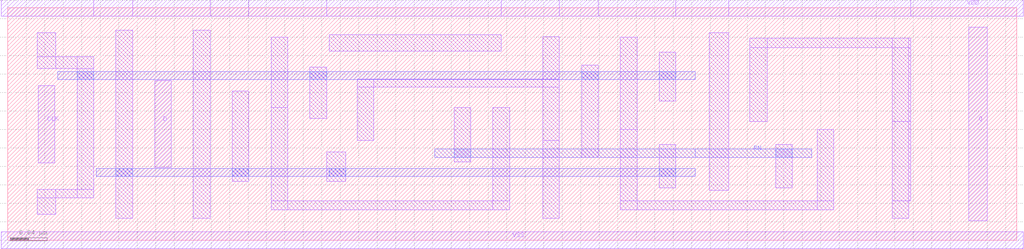
<source format=lef>
VERSION 5.8 ;
BUSBITCHARS "[]" ;
DIVIDERCHAR "/" ;

SITE CORE_TypTyp_0p4_25
  SYMMETRY y ;
  CLASS core ;
SIZE 0.042 BY 0.252 ; 
END CORE_TypTyp_0p4_25



MACRO AND2_X1
  CLASS core ;
  FOREIGN AND2_X1 0.0 0.0 ;
  ORIGIN 0 0 ;
  SYMMETRY X Y ;
  SITE CORE_TypTyp_0p4_25 ;
SIZE 0.252 BY 0.252 ; 
  PIN A1
    DIRECTION INPUT ;
    PORT
      LAYER M1 ;
RECT 0.117 0.084 0.135 0.228   ; 
    END
  END A1
  PIN A2
    DIRECTION INPUT ;
    PORT
      LAYER M1 ;
RECT 0.033 0.041 0.051 0.172   ; 
    END
  END A2
  PIN Z
    DIRECTION OUTPUT ;
    PORT
      LAYER M1 ;
RECT 0.201 0.037 0.219 0.210   ; 
    END
  END Z
  PIN VDD
    DIRECTION INOUT ;
    USE power ;
    SHAPE ABUTMENT ;
    PORT
      LAYER M1 ;
RECT -0.007 0.243 0.177 0.261   ; 
RECT 0.177 0.243 0.259 0.261   ; 
    END
  END VDD
  PIN VSS
    DIRECTION INOUT ;
    USE ground ;
    SHAPE ABUTMENT ;
    PORT
      LAYER M1 ;
RECT -0.007 -0.009 0.259 0.009   ; 
    END
  END VSS
  OBS
      LAYER M1 ;
RECT 0.075 0.053 0.093 0.062   ; 
RECT 0.075 0.062 0.093 0.140   ; 
RECT 0.075 0.140 0.093 0.179   ; 
RECT 0.093 0.053 0.159 0.062   ; 
RECT 0.159 0.053 0.177 0.062   ; 
RECT 0.159 0.062 0.177 0.140   ; 
      LAYER M1 ;
RECT 0.075 0.053 0.093 0.062   ; 
RECT 0.075 0.062 0.093 0.140   ; 
RECT 0.075 0.140 0.093 0.179   ; 
RECT 0.093 0.053 0.159 0.062   ; 
RECT 0.159 0.053 0.177 0.062   ; 
RECT 0.159 0.062 0.177 0.140   ; 
  END
END AND2_X1

MACRO AND2_X2
  CLASS core ;
  FOREIGN AND2_X2 0.0 0.0 ;
  ORIGIN 0 0 ;
  SYMMETRY X Y ;
  SITE CORE_TypTyp_0p4_25 ;
SIZE 0.252 BY 0.252 ; 
  PIN A1
    DIRECTION INPUT ;
    PORT
      LAYER M1 ;
RECT 0.100 0.084 0.116 0.168   ; 
    END
  END A1
  PIN A2
    DIRECTION INPUT ;
    PORT
      LAYER M1 ;
RECT 0.025 0.081 0.047 0.171   ; 
    END
  END A2
  PIN Z
    DIRECTION OUTPUT ;
    PORT
      LAYER M1 ;
RECT 0.170 0.021 0.172 0.043   ; 
RECT 0.170 0.209 0.172 0.231   ; 
RECT 0.172 0.021 0.188 0.043   ; 
RECT 0.172 0.043 0.188 0.209   ; 
RECT 0.172 0.209 0.188 0.231   ; 
    END
  END Z
  PIN VDD
    DIRECTION INOUT ;
    USE power ;
    SHAPE ABUTMENT ;
    PORT
      LAYER M1 ;
RECT -0.006 0.243 0.152 0.261   ; 
RECT 0.152 0.243 0.258 0.261   ; 
    END
  END VDD
  PIN VSS
    DIRECTION INOUT ;
    USE ground ;
    SHAPE ABUTMENT ;
    PORT
      LAYER M1 ;
RECT -0.006 -0.009 0.258 0.009   ; 
    END
  END VSS
  OBS
      LAYER M1 ;
RECT 0.030 0.188 0.046 0.198   ; 
RECT 0.046 0.054 0.136 0.064   ; 
RECT 0.046 0.188 0.136 0.198   ; 
RECT 0.136 0.054 0.152 0.064   ; 
RECT 0.136 0.064 0.152 0.188   ; 
RECT 0.136 0.188 0.152 0.198   ; 
      LAYER M1 ;
RECT 0.030 0.188 0.046 0.198   ; 
RECT 0.046 0.054 0.136 0.064   ; 
RECT 0.046 0.188 0.136 0.198   ; 
RECT 0.136 0.054 0.152 0.064   ; 
RECT 0.136 0.064 0.152 0.188   ; 
RECT 0.136 0.188 0.152 0.198   ; 
  END
END AND2_X2


MACRO AND3_X1
  CLASS core ;
  FOREIGN AND3_X1 0.0 0.0 ;
  ORIGIN 0 0 ;
  SYMMETRY X Y ;
  SITE CORE_TypTyp_0p4_25 ;
SIZE 0.336 BY 0.252 ; 
  PIN A1
    DIRECTION INPUT ;
    PORT
      LAYER M1 ;
RECT 0.201 0.063 0.219 0.189   ; 
    END
  END A1
  PIN A2
    DIRECTION INPUT ;
    PORT
      LAYER M1 ;
RECT 0.113 0.063 0.138 0.189   ; 
    END
  END A2
  PIN A3
    DIRECTION INPUT ;
    PORT
      LAYER M1 ;
RECT 0.032 0.063 0.052 0.189   ; 
    END
  END A3
  PIN Z
    DIRECTION OUTPUT ;
    PORT
      LAYER M1 ;
RECT 0.285 0.037 0.303 0.215   ; 
    END
  END Z
  PIN VDD
    DIRECTION INOUT ;
    USE power ;
    SHAPE ABUTMENT ;
    PORT
      LAYER M1 ;
RECT -0.007 0.243 0.261 0.261   ; 
RECT 0.261 0.243 0.343 0.261   ; 
    END
  END VDD
  PIN VSS
    DIRECTION INOUT ;
    USE ground ;
    SHAPE ABUTMENT ;
    PORT
      LAYER M1 ;
RECT -0.007 -0.009 0.343 0.009   ; 
    END
  END VSS
  OBS
      LAYER M1 ;
RECT 0.052 0.033 0.156 0.043   ; 
RECT 0.035 0.207 0.180 0.217   ; 
RECT 0.180 0.032 0.243 0.045   ; 
RECT 0.180 0.207 0.243 0.217   ; 
RECT 0.243 0.032 0.261 0.045   ; 
RECT 0.243 0.045 0.261 0.207   ; 
RECT 0.243 0.207 0.261 0.217   ; 
      LAYER M1 ;
RECT 0.052 0.033 0.156 0.043   ; 
RECT 0.035 0.207 0.180 0.217   ; 
RECT 0.180 0.032 0.243 0.045   ; 
RECT 0.180 0.207 0.243 0.217   ; 
RECT 0.243 0.032 0.261 0.045   ; 
RECT 0.243 0.045 0.261 0.207   ; 
RECT 0.243 0.207 0.261 0.217   ; 
  END
END AND3_X1

MACRO AND3_X2
  CLASS core ;
  FOREIGN AND3_X2 0.0 0.0 ;
  ORIGIN 0 0 ;
  SYMMETRY X Y ;
  SITE CORE_TypTyp_0p4_25 ;
SIZE 0.336 BY 0.252 ; 
  PIN A1
    DIRECTION INPUT ;
    PORT
      LAYER M1 ;
RECT 0.117 0.105 0.135 0.168   ; 
    END
  END A1
  PIN A2
    DIRECTION INPUT ;
    PORT
      LAYER M1 ;
RECT 0.030 0.084 0.054 0.168   ; 
    END
  END A2
  PIN A3
    DIRECTION INPUT ;
    PORT
      LAYER M1 ;
RECT 0.159 0.099 0.177 0.176   ; 
    END
  END A3
  PIN Z
    DIRECTION OUTPUT ;
    PORT
      LAYER M1 ;
RECT 0.240 0.021 0.243 0.051   ; 
RECT 0.240 0.209 0.243 0.231   ; 
RECT 0.243 0.021 0.261 0.051   ; 
RECT 0.243 0.051 0.261 0.209   ; 
RECT 0.243 0.209 0.261 0.231   ; 
    END
  END Z
  PIN VDD
    DIRECTION INOUT ;
    USE power ;
    SHAPE ABUTMENT ;
    PORT
      LAYER M1 ;
RECT -0.007 0.243 0.219 0.261   ; 
RECT 0.219 0.243 0.343 0.261   ; 
    END
  END VDD
  PIN VSS
    DIRECTION INOUT ;
    USE ground ;
    SHAPE ABUTMENT ;
    PORT
      LAYER M1 ;
RECT -0.007 -0.009 0.343 0.009   ; 
    END
  END VSS
  OBS
      LAYER M1 ;
RECT 0.032 0.024 0.052 0.051   ; 
RECT 0.032 0.051 0.052 0.062   ; 
RECT 0.052 0.051 0.196 0.062   ; 
RECT 0.035 0.190 0.096 0.201   ; 
RECT 0.096 0.073 0.201 0.083   ; 
RECT 0.096 0.190 0.201 0.201   ; 
RECT 0.201 0.073 0.219 0.083   ; 
RECT 0.201 0.083 0.219 0.190   ; 
RECT 0.201 0.190 0.219 0.201   ; 
      LAYER M1 ;
RECT 0.032 0.024 0.052 0.051   ; 
RECT 0.032 0.051 0.052 0.062   ; 
RECT 0.052 0.051 0.196 0.062   ; 
RECT 0.035 0.190 0.096 0.201   ; 
RECT 0.096 0.073 0.201 0.083   ; 
RECT 0.096 0.190 0.201 0.201   ; 
RECT 0.201 0.073 0.219 0.083   ; 
RECT 0.201 0.083 0.219 0.190   ; 
RECT 0.201 0.190 0.219 0.201   ; 
  END
END AND3_X2

MACRO AND4_X1
  CLASS core ;
  FOREIGN AND4_X1 0.0 0.0 ;
  ORIGIN 0 0 ;
  SYMMETRY X Y ;
  SITE CORE_TypTyp_0p4_25 ;
SIZE 0.378 BY 0.252 ; 
  PIN A1
    DIRECTION INPUT ;
    PORT
      LAYER M1 ;
RECT 0.243 0.063 0.261 0.189   ; 
    END
  END A1
  PIN A2
    DIRECTION INPUT ;
    PORT
      LAYER M1 ;
RECT 0.158 0.063 0.178 0.189   ; 
    END
  END A2
  PIN A3
    DIRECTION INPUT ;
    PORT
      LAYER M1 ;
RECT 0.075 0.063 0.093 0.168   ; 
    END
  END A3
  PIN A4
    DIRECTION INPUT ;
    PORT
      LAYER M1 ;
RECT 0.033 0.063 0.051 0.189   ; 
    END
  END A4
  PIN Z
    DIRECTION OUTPUT ;
    PORT
      LAYER M1 ;
RECT 0.327 0.037 0.345 0.215   ; 
    END
  END Z
  PIN VDD
    DIRECTION INOUT ;
    USE power ;
    SHAPE ABUTMENT ;
    PORT
      LAYER M1 ;
RECT -0.007 0.243 0.303 0.261   ; 
RECT 0.303 0.243 0.385 0.261   ; 
    END
  END VDD
  PIN VSS
    DIRECTION INOUT ;
    USE ground ;
    SHAPE ABUTMENT ;
    PORT
      LAYER M1 ;
RECT -0.007 -0.009 0.385 0.009   ; 
    END
  END VSS
  OBS
      LAYER M1 ;
RECT 0.054 0.209 0.222 0.219   ; 
RECT 0.222 0.033 0.285 0.043   ; 
RECT 0.222 0.209 0.285 0.219   ; 
RECT 0.285 0.033 0.303 0.043   ; 
RECT 0.285 0.043 0.303 0.209   ; 
RECT 0.285 0.209 0.303 0.219   ; 
RECT 0.092 0.033 0.196 0.049   ; 
      LAYER M1 ;
RECT 0.054 0.209 0.222 0.219   ; 
RECT 0.222 0.033 0.285 0.043   ; 
RECT 0.222 0.209 0.285 0.219   ; 
RECT 0.285 0.033 0.303 0.043   ; 
RECT 0.285 0.043 0.303 0.209   ; 
RECT 0.285 0.209 0.303 0.219   ; 
RECT 0.092 0.033 0.196 0.049   ; 
  END
END AND4_X1

MACRO AND4_X2
  CLASS core ;
  FOREIGN AND4_X2 0.0 0.0 ;
  ORIGIN 0 0 ;
  SYMMETRY X Y ;
  SITE CORE_TypTyp_0p4_25 ;
SIZE 0.378 BY 0.252 ; 
  PIN A1
    DIRECTION INPUT ;
    PORT
      LAYER M1 ;
RECT 0.219 0.079 0.235 0.189   ; 
    END
  END A1
  PIN A2
    DIRECTION INPUT ;
    PORT
      LAYER M1 ;
RECT 0.143 0.063 0.159 0.190   ; 
    END
  END A2
  PIN A3
    DIRECTION INPUT ;
    PORT
      LAYER M1 ;
RECT 0.067 0.063 0.084 0.190   ; 
    END
  END A3
  PIN A4
    DIRECTION INPUT ;
    PORT
      LAYER M1 ;
RECT 0.030 0.063 0.046 0.190   ; 
    END
  END A4
  PIN Z
    DIRECTION OUTPUT ;
    PORT
      LAYER M1 ;
RECT 0.294 0.032 0.311 0.210   ; 
    END
  END Z
  PIN VDD
    DIRECTION INOUT ;
    USE power ;
    SHAPE ABUTMENT ;
    PORT
      LAYER M1 ;
RECT -0.006 0.243 0.273 0.261   ; 
RECT 0.273 0.243 0.384 0.261   ; 
    END
  END VDD
  PIN VSS
    DIRECTION INOUT ;
    USE ground ;
    SHAPE ABUTMENT ;
    PORT
      LAYER M1 ;
RECT -0.006 -0.009 0.384 0.009   ; 
    END
  END VSS
  OBS
      LAYER M1 ;
RECT 0.084 0.033 0.176 0.043   ; 
RECT 0.048 0.209 0.202 0.219   ; 
RECT 0.202 0.054 0.256 0.064   ; 
RECT 0.202 0.209 0.256 0.219   ; 
RECT 0.256 0.054 0.273 0.064   ; 
RECT 0.256 0.064 0.273 0.209   ; 
RECT 0.256 0.209 0.273 0.219   ; 
      LAYER M1 ;
RECT 0.084 0.033 0.176 0.043   ; 
RECT 0.048 0.209 0.202 0.219   ; 
RECT 0.202 0.054 0.256 0.064   ; 
RECT 0.202 0.209 0.256 0.219   ; 
RECT 0.256 0.054 0.273 0.064   ; 
RECT 0.256 0.064 0.273 0.209   ; 
RECT 0.256 0.209 0.273 0.219   ; 
  END
END AND4_X2

MACRO ANTENNA
  CLASS core ;
  FOREIGN ANTENNA 0.0 0.0 ;
  ORIGIN 0 0 ;
  SYMMETRY X Y ;
  SITE CORE_TypTyp_0p4_25 ;
SIZE 0.126 BY 0.252 ; 
END ANTENNA

MACRO AOI21_X1
  CLASS core ;
  FOREIGN AOI21_X1 0.0 0.0 ;
  ORIGIN 0 0 ;
  SYMMETRY X Y ;
  SITE CORE_TypTyp_0p4_25 ;
SIZE 0.252 BY 0.252 ; 
  PIN A1
    DIRECTION INPUT ;
    PORT
      LAYER M1 ;
RECT 0.117 0.063 0.135 0.168   ; 
    END
  END A1
  PIN A2
    DIRECTION INPUT ;
    PORT
      LAYER M1 ;
RECT 0.033 0.044 0.051 0.168   ; 
    END
  END A2
  PIN B
    DIRECTION INPUT ;
    PORT
      LAYER M1 ;
RECT 0.201 0.063 0.219 0.168   ; 
    END
  END B
  PIN ZN
    DIRECTION OUTPUT ;
    PORT
      LAYER M1 ;
RECT 0.075 0.033 0.093 0.043   ; 
RECT 0.075 0.043 0.093 0.176   ; 
RECT 0.093 0.033 0.201 0.043   ; 
    END
  END ZN
  PIN VDD
    DIRECTION INOUT ;
    USE power ;
    SHAPE ABUTMENT ;
    PORT
      LAYER M1 ;
RECT -0.007 0.243 0.196 0.261   ; 
RECT 0.196 0.243 0.259 0.261   ; 
    END
  END VDD
  PIN VSS
    DIRECTION INOUT ;
    USE ground ;
    SHAPE ABUTMENT ;
    PORT
      LAYER M1 ;
RECT -0.007 -0.009 0.259 0.009   ; 
    END
  END VSS
  OBS
      LAYER M1 ;
RECT 0.032 0.190 0.052 0.201   ; 
RECT 0.032 0.201 0.052 0.231   ; 
RECT 0.052 0.190 0.196 0.201   ; 
      LAYER M1 ;
RECT 0.032 0.190 0.052 0.201   ; 
RECT 0.032 0.201 0.052 0.231   ; 
RECT 0.052 0.190 0.196 0.201   ; 
  END
END AOI21_X1

MACRO AOI21_X2
  CLASS core ;
  FOREIGN AOI21_X2 0.0 0.0 ;
  ORIGIN 0 0 ;
  SYMMETRY X Y ;
  SITE CORE_TypTyp_0p4_25 ;
SIZE 0.252 BY 0.252 ; 
  PIN A1
    DIRECTION INPUT ;
    PORT
      LAYER M1 ;
RECT 0.162 0.099 0.174 0.147   ; 
    END
  END A1
  PIN A2
    DIRECTION INPUT ;
    PORT
      LAYER M1 ;
RECT 0.106 0.075 0.118 0.085   ; 
RECT 0.106 0.085 0.118 0.147   ; 
RECT 0.106 0.147 0.118 0.168   ; 
RECT 0.118 0.075 0.216 0.085   ; 
RECT 0.216 0.075 0.232 0.085   ; 
RECT 0.216 0.085 0.232 0.147   ; 
    END
  END A2
  PIN B
    DIRECTION INPUT ;
    PORT
      LAYER M1 ;
RECT 0.050 0.084 0.062 0.147   ; 
    END
  END B
  PIN ZN
    DIRECTION OUTPUT ;
    PORT
      LAYER M1 ;
RECT 0.034 0.054 0.078 0.064   ; 
RECT 0.078 0.054 0.090 0.064   ; 
RECT 0.078 0.064 0.090 0.161   ; 
RECT 0.078 0.161 0.090 0.188   ; 
RECT 0.078 0.188 0.090 0.196   ; 
RECT 0.090 0.054 0.188 0.064   ; 
RECT 0.090 0.188 0.188 0.196   ; 
RECT 0.188 0.188 0.190 0.196   ; 
RECT 0.190 0.161 0.202 0.188   ; 
RECT 0.190 0.188 0.202 0.196   ; 
    END
  END ZN
  PIN VDD
    DIRECTION INOUT ;
    USE power ;
    SHAPE ABUTMENT ;
    PORT
      LAYER M1 ;
RECT -0.004 0.243 0.230 0.261   ; 
RECT 0.230 0.243 0.234 0.261   ; 
RECT 0.234 0.243 0.256 0.261   ; 
    END
  END VDD
  PIN VSS
    DIRECTION INOUT ;
    USE ground ;
    SHAPE ABUTMENT ;
    PORT
      LAYER M1 ;
RECT -0.004 -0.009 0.256 0.009   ; 
    END
  END VSS
  OBS
      LAYER M1 ;
RECT 0.021 0.180 0.035 0.209   ; 
RECT 0.021 0.209 0.035 0.219   ; 
RECT 0.035 0.209 0.218 0.219   ; 
RECT 0.218 0.169 0.230 0.180   ; 
RECT 0.218 0.180 0.230 0.209   ; 
RECT 0.218 0.209 0.230 0.219   ; 
RECT 0.064 0.033 0.234 0.043   ; 
      LAYER M1 ;
RECT 0.021 0.180 0.035 0.209   ; 
RECT 0.021 0.209 0.035 0.219   ; 
RECT 0.035 0.209 0.218 0.219   ; 
RECT 0.218 0.169 0.230 0.180   ; 
RECT 0.218 0.180 0.230 0.209   ; 
RECT 0.218 0.209 0.230 0.219   ; 
RECT 0.064 0.033 0.234 0.043   ; 
  END
END AOI21_X2

MACRO AOI22_X1
  CLASS core ;
  FOREIGN AOI22_X1 0.0 0.0 ;
  ORIGIN 0 0 ;
  SYMMETRY X Y ;
  SITE CORE_TypTyp_0p4_25 ;
SIZE 0.294 BY 0.252 ; 
  PIN A1
    DIRECTION INPUT ;
    PORT
      LAYER M1 ;
RECT 0.159 0.063 0.177 0.168   ; 
    END
  END A1
  PIN A2
    DIRECTION INPUT ;
    PORT
      LAYER M1 ;
RECT 0.243 0.063 0.261 0.159   ; 
    END
  END A2
  PIN B1
    DIRECTION INPUT ;
    PORT
      LAYER M1 ;
RECT 0.075 0.065 0.093 0.189   ; 
    END
  END B1
  PIN B2
    DIRECTION INPUT ;
    PORT
      LAYER M1 ;
RECT 0.033 0.063 0.051 0.189   ; 
    END
  END B2
  PIN ZN
    DIRECTION OUTPUT ;
    PORT
      LAYER M1 ;
RECT 0.092 0.033 0.201 0.043   ; 
RECT 0.201 0.033 0.219 0.043   ; 
RECT 0.201 0.043 0.219 0.191   ; 
    END
  END ZN
  PIN VDD
    DIRECTION INOUT ;
    USE power ;
    SHAPE ABUTMENT ;
    PORT
      LAYER M1 ;
RECT -0.007 0.243 0.261 0.261   ; 
RECT 0.261 0.243 0.301 0.261   ; 
    END
  END VDD
  PIN VSS
    DIRECTION INOUT ;
    USE ground ;
    SHAPE ABUTMENT ;
    PORT
      LAYER M1 ;
RECT -0.007 -0.009 0.301 0.009   ; 
    END
  END VSS
  OBS
      LAYER M1 ;
RECT 0.054 0.207 0.243 0.221   ; 
RECT 0.243 0.181 0.261 0.207   ; 
RECT 0.243 0.207 0.261 0.221   ; 
      LAYER M1 ;
RECT 0.054 0.207 0.243 0.221   ; 
RECT 0.243 0.181 0.261 0.207   ; 
RECT 0.243 0.207 0.261 0.221   ; 
  END
END AOI22_X1

MACRO AOI22_X2
  CLASS core ;
  FOREIGN AOI22_X2 0.0 0.0 ;
  ORIGIN 0 0 ;
  SYMMETRY X Y ;
  SITE CORE_TypTyp_0p4_25 ;
SIZE 0.294 BY 0.252 ; 
  PIN A1
    DIRECTION INPUT ;
    PORT
      LAYER M1 ;
RECT 0.166 0.090 0.177 0.099   ; 
RECT 0.166 0.099 0.177 0.161   ; 
RECT 0.166 0.161 0.177 0.168   ; 
RECT 0.177 0.090 0.250 0.099   ; 
RECT 0.250 0.090 0.264 0.099   ; 
RECT 0.264 0.090 0.275 0.099   ; 
RECT 0.264 0.099 0.275 0.161   ; 
    END
  END A1
  PIN A2
    DIRECTION INPUT ;
    PORT
      LAYER M1 ;
RECT 0.215 0.121 0.226 0.168   ; 
    END
  END A2
  PIN B1
    DIRECTION INPUT ;
    PORT
      LAYER M1 ;
RECT 0.117 0.100 0.128 0.173   ; 
    END
  END B1
  PIN B2
    DIRECTION INPUT ;
    PORT
      LAYER M1 ;
RECT 0.019 0.079 0.030 0.168   ; 
    END
  END B2
  PIN ZN
    DIRECTION OUTPUT ;
    PORT
      LAYER M1 ;
RECT 0.093 0.066 0.103 0.075   ; 
RECT 0.093 0.075 0.103 0.075   ; 
RECT 0.093 0.075 0.103 0.105   ; 
RECT 0.103 0.066 0.139 0.075   ; 
RECT 0.139 0.066 0.142 0.075   ; 
RECT 0.142 0.066 0.152 0.075   ; 
RECT 0.142 0.075 0.152 0.075   ; 
RECT 0.142 0.075 0.152 0.105   ; 
RECT 0.142 0.105 0.152 0.152   ; 
RECT 0.142 0.152 0.152 0.186   ; 
RECT 0.142 0.186 0.152 0.198   ; 
RECT 0.152 0.066 0.240 0.075   ; 
RECT 0.152 0.075 0.240 0.075   ; 
RECT 0.152 0.186 0.240 0.198   ; 
RECT 0.240 0.066 0.250 0.075   ; 
RECT 0.240 0.075 0.250 0.075   ; 
RECT 0.240 0.152 0.250 0.186   ; 
RECT 0.240 0.186 0.250 0.198   ; 
RECT 0.250 0.066 0.264 0.075   ; 
RECT 0.250 0.075 0.264 0.075   ; 
RECT 0.264 0.032 0.275 0.066   ; 
RECT 0.264 0.066 0.275 0.075   ; 
RECT 0.264 0.075 0.275 0.075   ; 
    END
  END ZN
  PIN VDD
    DIRECTION INOUT ;
    USE power ;
    SHAPE ABUTMENT ;
    PORT
      LAYER M1 ;
RECT -0.004 0.243 0.275 0.261   ; 
RECT 0.275 0.243 0.298 0.261   ; 
    END
  END VDD
  PIN VSS
    DIRECTION INOUT ;
    USE ground ;
    SHAPE ABUTMENT ;
    PORT
      LAYER M1 ;
RECT -0.004 -0.009 0.298 0.009   ; 
    END
  END VSS
  OBS
      LAYER M1 ;
RECT 0.155 0.043 0.240 0.054   ; 
RECT 0.240 0.024 0.250 0.043   ; 
RECT 0.240 0.043 0.250 0.054   ; 
RECT 0.029 0.209 0.264 0.219   ; 
RECT 0.264 0.183 0.275 0.209   ; 
RECT 0.264 0.209 0.275 0.219   ; 
RECT 0.033 0.028 0.139 0.047   ; 
      LAYER M1 ;
RECT 0.155 0.043 0.240 0.054   ; 
RECT 0.240 0.024 0.250 0.043   ; 
RECT 0.240 0.043 0.250 0.054   ; 
RECT 0.029 0.209 0.264 0.219   ; 
RECT 0.264 0.183 0.275 0.209   ; 
RECT 0.264 0.209 0.275 0.219   ; 
RECT 0.033 0.028 0.139 0.047   ; 
  END
END AOI22_X2

MACRO BUF_X1
  CLASS core ;
  FOREIGN BUF_X1 0.0 0.0 ;
  ORIGIN 0 0 ;
  SYMMETRY X Y ;
  SITE CORE_TypTyp_0p4_25 ;
SIZE 0.210 BY 0.252 ; 
  PIN I
    DIRECTION INPUT ;
    PORT
      LAYER M1 ;
RECT 0.033 0.063 0.051 0.189   ; 
    END
  END I
  PIN Z
    DIRECTION OUTPUT ;
    PORT
      LAYER M1 ;
RECT 0.158 0.037 0.178 0.231   ; 
    END
  END Z
  PIN VDD
    DIRECTION INOUT ;
    USE power ;
    SHAPE ABUTMENT ;
    PORT
      LAYER M1 ;
RECT -0.007 0.243 0.094 0.261   ; 
RECT 0.094 0.243 0.217 0.261   ; 
    END
  END VDD
  PIN VSS
    DIRECTION INOUT ;
    USE ground ;
    SHAPE ABUTMENT ;
    PORT
      LAYER M1 ;
RECT -0.007 -0.009 0.217 0.009   ; 
    END
  END VSS
  OBS
      LAYER M1 ;
RECT 0.075 0.024 0.075 0.060   ; 
RECT 0.075 0.060 0.075 0.070   ; 
RECT 0.075 0.140 0.075 0.150   ; 
RECT 0.075 0.150 0.075 0.183   ; 
RECT 0.075 0.024 0.093 0.060   ; 
RECT 0.075 0.060 0.093 0.070   ; 
RECT 0.075 0.070 0.093 0.140   ; 
RECT 0.075 0.140 0.093 0.150   ; 
RECT 0.075 0.150 0.093 0.183   ; 
RECT 0.093 0.060 0.094 0.070   ; 
RECT 0.093 0.070 0.094 0.140   ; 
RECT 0.093 0.140 0.094 0.150   ; 
      LAYER M1 ;
RECT 0.075 0.024 0.075 0.060   ; 
RECT 0.075 0.060 0.075 0.070   ; 
RECT 0.075 0.140 0.075 0.150   ; 
RECT 0.075 0.150 0.075 0.183   ; 
RECT 0.075 0.024 0.093 0.060   ; 
RECT 0.075 0.060 0.093 0.070   ; 
RECT 0.075 0.070 0.093 0.140   ; 
RECT 0.075 0.140 0.093 0.150   ; 
RECT 0.075 0.150 0.093 0.183   ; 
RECT 0.093 0.060 0.094 0.070   ; 
RECT 0.093 0.070 0.094 0.140   ; 
RECT 0.093 0.140 0.094 0.150   ; 
  END
END BUF_X1

MACRO BUF_X2
  CLASS core ;
  FOREIGN BUF_X2 0.0 0.0 ;
  ORIGIN 0 0 ;
  SYMMETRY X Y ;
  SITE CORE_TypTyp_0p4_25 ;
SIZE 0.210 BY 0.252 ; 
  PIN I
    DIRECTION INPUT ;
    PORT
      LAYER M1 ;
RECT 0.033 0.088 0.051 0.168   ; 
    END
  END I
  PIN Z
    DIRECTION OUTPUT ;
    PORT
      LAYER M1 ;
RECT 0.114 0.198 0.116 0.231   ; 
RECT 0.116 0.024 0.117 0.043   ; 
RECT 0.116 0.198 0.117 0.231   ; 
RECT 0.117 0.024 0.135 0.043   ; 
RECT 0.117 0.043 0.135 0.198   ; 
RECT 0.117 0.198 0.135 0.231   ; 
    END
  END Z
  PIN VDD
    DIRECTION INOUT ;
    USE power ;
    SHAPE ABUTMENT ;
    PORT
      LAYER M1 ;
RECT -0.007 0.243 0.093 0.261   ; 
RECT 0.093 0.243 0.217 0.261   ; 
    END
  END VDD
  PIN VSS
    DIRECTION INOUT ;
    USE ground ;
    SHAPE ABUTMENT ;
    PORT
      LAYER M1 ;
RECT -0.007 -0.009 0.217 0.009   ; 
    END
  END VSS
  OBS
      LAYER M1 ;
RECT 0.028 0.182 0.033 0.192   ; 
RECT 0.028 0.192 0.033 0.225   ; 
RECT 0.033 0.032 0.051 0.063   ; 
RECT 0.033 0.063 0.051 0.072   ; 
RECT 0.033 0.182 0.051 0.192   ; 
RECT 0.033 0.192 0.051 0.225   ; 
RECT 0.051 0.063 0.056 0.072   ; 
RECT 0.051 0.182 0.056 0.192   ; 
RECT 0.051 0.192 0.056 0.225   ; 
RECT 0.056 0.063 0.075 0.072   ; 
RECT 0.056 0.182 0.075 0.192   ; 
RECT 0.075 0.063 0.093 0.072   ; 
RECT 0.075 0.072 0.093 0.182   ; 
RECT 0.075 0.182 0.093 0.192   ; 
      LAYER M1 ;
RECT 0.028 0.182 0.033 0.192   ; 
RECT 0.028 0.192 0.033 0.225   ; 
RECT 0.033 0.032 0.051 0.063   ; 
RECT 0.033 0.063 0.051 0.072   ; 
RECT 0.033 0.182 0.051 0.192   ; 
RECT 0.033 0.192 0.051 0.225   ; 
RECT 0.051 0.063 0.056 0.072   ; 
RECT 0.051 0.182 0.056 0.192   ; 
RECT 0.051 0.192 0.056 0.225   ; 
RECT 0.056 0.063 0.075 0.072   ; 
RECT 0.056 0.182 0.075 0.192   ; 
RECT 0.075 0.063 0.093 0.072   ; 
RECT 0.075 0.072 0.093 0.182   ; 
RECT 0.075 0.182 0.093 0.192   ; 
  END
END BUF_X2

MACRO BUF_X4
  CLASS core ;
  FOREIGN BUF_X4 0.0 0.0 ;
  ORIGIN 0 0 ;
  SYMMETRY X Y ;
  SITE CORE_TypTyp_0p4_25 ;
SIZE 0.210 BY 0.252 ; 
  PIN I
    DIRECTION INPUT ;
    PORT
      LAYER M1 ;
RECT 0.073 0.079 0.084 0.173   ; 
    END
  END I
  PIN Z
    DIRECTION OUTPUT ;
    PORT
      LAYER M1 ;
RECT 0.059 0.033 0.086 0.043   ; 
RECT 0.086 0.033 0.111 0.043   ; 
RECT 0.086 0.209 0.111 0.219   ; 
RECT 0.111 0.033 0.151 0.043   ; 
RECT 0.111 0.209 0.151 0.219   ; 
RECT 0.151 0.033 0.164 0.043   ; 
RECT 0.151 0.043 0.164 0.209   ; 
RECT 0.151 0.209 0.164 0.219   ; 
    END
  END Z
  PIN VDD
    DIRECTION INOUT ;
    USE power ;
    SHAPE ABUTMENT ;
    PORT
      LAYER M1 ;
RECT -0.004 0.243 0.111 0.261   ; 
RECT 0.111 0.243 0.214 0.261   ; 
    END
  END VDD
  PIN VSS
    DIRECTION INOUT ;
    USE ground ;
    SHAPE ABUTMENT ;
    PORT
      LAYER M1 ;
RECT -0.004 -0.009 0.214 0.009   ; 
    END
  END VSS
  OBS
      LAYER M1 ;
RECT 0.011 0.054 0.035 0.065   ; 
RECT 0.035 0.054 0.099 0.065   ; 
RECT 0.035 0.187 0.099 0.198   ; 
RECT 0.099 0.054 0.111 0.065   ; 
RECT 0.099 0.065 0.111 0.187   ; 
RECT 0.099 0.187 0.111 0.198   ; 
      LAYER M1 ;
RECT 0.011 0.054 0.035 0.065   ; 
RECT 0.035 0.054 0.099 0.065   ; 
RECT 0.035 0.187 0.099 0.198   ; 
RECT 0.099 0.054 0.111 0.065   ; 
RECT 0.099 0.065 0.111 0.187   ; 
RECT 0.099 0.187 0.111 0.198   ; 
  END
END BUF_X4

MACRO BUF_X8
  CLASS core ;
  FOREIGN BUF_X8 0.0 0.0 ;
  ORIGIN 0 0 ;
  SYMMETRY X Y ;
  SITE CORE_TypTyp_0p4_25 ;
SIZE 0.210 BY 0.252 ; 
  PIN I
    DIRECTION INPUT ;
    PORT
      LAYER M1 ;
RECT 0.012 0.084 0.018 0.120   ; 
RECT 0.012 0.120 0.018 0.131   ; 
RECT 0.012 0.131 0.018 0.168   ; 
RECT 0.018 0.120 0.070 0.131   ; 
    END
  END I
  PIN Z
    DIRECTION OUTPUT ;
    PORT
      LAYER M1 ;
RECT 0.079 0.033 0.164 0.043   ; 
RECT 0.079 0.209 0.164 0.219   ; 
RECT 0.164 0.033 0.177 0.043   ; 
RECT 0.164 0.209 0.177 0.219   ; 
RECT 0.177 0.033 0.183 0.043   ; 
RECT 0.177 0.043 0.183 0.209   ; 
RECT 0.177 0.209 0.183 0.219   ; 
    END
  END Z
  PIN VDD
    DIRECTION INOUT ;
    USE power ;
    SHAPE ABUTMENT ;
    PORT
      LAYER M1 ;
RECT -0.002 0.243 0.164 0.261   ; 
RECT 0.164 0.243 0.212 0.261   ; 
    END
  END VDD
  PIN VSS
    DIRECTION INOUT ;
    USE ground ;
    SHAPE ABUTMENT ;
    PORT
      LAYER M1 ;
RECT -0.002 -0.009 0.212 0.009   ; 
    END
  END VSS
  OBS
      LAYER M1 ;
RECT 0.023 0.032 0.027 0.061   ; 
RECT 0.023 0.061 0.027 0.070   ; 
RECT 0.027 0.032 0.033 0.061   ; 
RECT 0.027 0.061 0.033 0.070   ; 
RECT 0.027 0.173 0.033 0.192   ; 
RECT 0.027 0.192 0.033 0.220   ; 
RECT 0.033 0.032 0.037 0.061   ; 
RECT 0.033 0.061 0.037 0.070   ; 
RECT 0.033 0.173 0.037 0.192   ; 
RECT 0.037 0.061 0.083 0.070   ; 
RECT 0.037 0.173 0.083 0.192   ; 
RECT 0.083 0.061 0.090 0.070   ; 
RECT 0.083 0.070 0.090 0.112   ; 
RECT 0.083 0.112 0.090 0.121   ; 
RECT 0.083 0.121 0.090 0.173   ; 
RECT 0.083 0.173 0.090 0.192   ; 
RECT 0.090 0.112 0.164 0.121   ; 
      LAYER M1 ;
RECT 0.023 0.032 0.027 0.061   ; 
RECT 0.023 0.061 0.027 0.070   ; 
RECT 0.027 0.032 0.033 0.061   ; 
RECT 0.027 0.061 0.033 0.070   ; 
RECT 0.027 0.173 0.033 0.192   ; 
RECT 0.027 0.192 0.033 0.220   ; 
RECT 0.033 0.032 0.037 0.061   ; 
RECT 0.033 0.061 0.037 0.070   ; 
RECT 0.033 0.173 0.037 0.192   ; 
RECT 0.037 0.061 0.083 0.070   ; 
RECT 0.037 0.173 0.083 0.192   ; 
RECT 0.083 0.061 0.090 0.070   ; 
RECT 0.083 0.070 0.090 0.112   ; 
RECT 0.083 0.112 0.090 0.121   ; 
RECT 0.083 0.121 0.090 0.173   ; 
RECT 0.083 0.173 0.090 0.192   ; 
RECT 0.090 0.112 0.164 0.121   ; 
  END
END BUF_X8

MACRO BUF_X12
  CLASS core ;
  FOREIGN BUF_X12 0.0 0.0 ;
  ORIGIN 0 0 ;
  SYMMETRY X Y ;
  SITE CORE_TypTyp_0p4_25 ;
SIZE 0.294 BY 0.252 ; 
  PIN I
    DIRECTION INPUT ;
    PORT
      LAYER M1 ;
RECT 0.010 0.077 0.017 0.120   ; 
RECT 0.010 0.120 0.017 0.131   ; 
RECT 0.010 0.131 0.017 0.169   ; 
RECT 0.017 0.120 0.093 0.131   ; 
    END
  END I
  PIN Z
    DIRECTION OUTPUT ;
    PORT
      LAYER M1 ;
RECT 0.102 0.033 0.234 0.043   ; 
RECT 0.102 0.209 0.234 0.219   ; 
RECT 0.234 0.033 0.248 0.043   ; 
RECT 0.234 0.209 0.248 0.219   ; 
RECT 0.248 0.033 0.255 0.043   ; 
RECT 0.248 0.043 0.255 0.209   ; 
RECT 0.248 0.209 0.255 0.219   ; 
    END
  END Z
  PIN VDD
    DIRECTION INOUT ;
    USE power ;
    SHAPE ABUTMENT ;
    PORT
      LAYER M1 ;
RECT -0.002 0.243 0.234 0.261   ; 
RECT 0.234 0.243 0.282 0.261   ; 
    END
  END VDD
  PIN VSS
    DIRECTION INOUT ;
    USE ground ;
    SHAPE ABUTMENT ;
    PORT
      LAYER M1 ;
RECT -0.002 -0.009 0.282 0.009   ; 
    END
  END VSS
  OBS
      LAYER M1 ;
RECT 0.021 0.181 0.024 0.192   ; 
RECT 0.021 0.192 0.024 0.220   ; 
RECT 0.024 0.032 0.031 0.060   ; 
RECT 0.024 0.060 0.031 0.071   ; 
RECT 0.024 0.181 0.031 0.192   ; 
RECT 0.024 0.192 0.031 0.220   ; 
RECT 0.031 0.060 0.034 0.071   ; 
RECT 0.031 0.181 0.034 0.192   ; 
RECT 0.031 0.192 0.034 0.220   ; 
RECT 0.034 0.060 0.101 0.071   ; 
RECT 0.034 0.181 0.101 0.192   ; 
RECT 0.101 0.060 0.107 0.071   ; 
RECT 0.101 0.071 0.107 0.121   ; 
RECT 0.101 0.121 0.107 0.131   ; 
RECT 0.101 0.131 0.107 0.181   ; 
RECT 0.101 0.181 0.107 0.192   ; 
RECT 0.107 0.121 0.234 0.131   ; 
      LAYER M1 ;
RECT 0.021 0.181 0.024 0.192   ; 
RECT 0.021 0.192 0.024 0.220   ; 
RECT 0.024 0.032 0.031 0.060   ; 
RECT 0.024 0.060 0.031 0.071   ; 
RECT 0.024 0.181 0.031 0.192   ; 
RECT 0.024 0.192 0.031 0.220   ; 
RECT 0.031 0.060 0.034 0.071   ; 
RECT 0.031 0.181 0.034 0.192   ; 
RECT 0.031 0.192 0.034 0.220   ; 
RECT 0.034 0.060 0.101 0.071   ; 
RECT 0.034 0.181 0.101 0.192   ; 
RECT 0.101 0.060 0.107 0.071   ; 
RECT 0.101 0.071 0.107 0.121   ; 
RECT 0.101 0.121 0.107 0.131   ; 
RECT 0.101 0.131 0.107 0.181   ; 
RECT 0.101 0.181 0.107 0.192   ; 
RECT 0.107 0.121 0.234 0.131   ; 
  END
END BUF_X12


MACRO BUF_X16
  CLASS core ;
  FOREIGN BUF_X16 0.0 0.0 ;
  ORIGIN 0 0 ;
  SYMMETRY X Y ;
  SITE CORE_TypTyp_0p4_25 ;
SIZE 0.294 BY 0.252 ; 
  PIN I
    DIRECTION INPUT ;
    PORT
      LAYER M1 ;
RECT 0.008 0.076 0.013 0.117   ; 
RECT 0.008 0.117 0.013 0.135   ; 
RECT 0.008 0.135 0.013 0.168   ; 
RECT 0.013 0.117 0.093 0.135   ; 
    END
  END I
  PIN Z
    DIRECTION OUTPUT ;
    PORT
      LAYER M1 ;
RECT 0.100 0.033 0.245 0.043   ; 
RECT 0.100 0.207 0.245 0.217   ; 
RECT 0.245 0.033 0.256 0.043   ; 
RECT 0.245 0.207 0.256 0.217   ; 
RECT 0.256 0.033 0.261 0.043   ; 
RECT 0.256 0.043 0.261 0.207   ; 
RECT 0.256 0.207 0.261 0.217   ; 
    END
  END Z
  PIN VDD
    DIRECTION INOUT ;
    USE power ;
    SHAPE ABUTMENT ;
    PORT
      LAYER M1 ;
RECT -0.002 0.243 0.245 0.261   ; 
RECT 0.245 0.243 0.282 0.261   ; 
    END
  END VDD
  PIN VSS
    DIRECTION INOUT ;
    USE ground ;
    SHAPE ABUTMENT ;
    PORT
      LAYER M1 ;
RECT -0.002 -0.009 0.282 0.009   ; 
    END
  END VSS
  OBS
      LAYER M1 ;
RECT 0.019 0.032 0.024 0.068   ; 
RECT 0.019 0.068 0.024 0.077   ; 
RECT 0.019 0.150 0.024 0.159   ; 
RECT 0.019 0.159 0.024 0.211   ; 
RECT 0.024 0.068 0.099 0.077   ; 
RECT 0.024 0.150 0.099 0.159   ; 
RECT 0.099 0.068 0.104 0.077   ; 
RECT 0.099 0.077 0.104 0.121   ; 
RECT 0.099 0.121 0.104 0.130   ; 
RECT 0.099 0.130 0.104 0.150   ; 
RECT 0.099 0.150 0.104 0.159   ; 
RECT 0.104 0.121 0.245 0.130   ; 
      LAYER M1 ;
RECT 0.019 0.032 0.024 0.068   ; 
RECT 0.019 0.068 0.024 0.077   ; 
RECT 0.019 0.150 0.024 0.159   ; 
RECT 0.019 0.159 0.024 0.211   ; 
RECT 0.024 0.068 0.099 0.077   ; 
RECT 0.024 0.150 0.099 0.159   ; 
RECT 0.099 0.068 0.104 0.077   ; 
RECT 0.099 0.077 0.104 0.121   ; 
RECT 0.099 0.121 0.104 0.130   ; 
RECT 0.099 0.130 0.104 0.150   ; 
RECT 0.099 0.150 0.104 0.159   ; 
RECT 0.104 0.121 0.245 0.130   ; 
  END
END BUF_X16

MACRO CLKBUF_X1
  CLASS core ;
  FOREIGN CLKBUF_X1 0.0 0.0 ;
  ORIGIN 0 0 ;
  SYMMETRY X Y ;
  SITE CORE_TypTyp_0p4_25 ;
SIZE 0.210 BY 0.252 ; 
  PIN I
    DIRECTION INPUT ;
    PORT
      LAYER M1 ;
RECT 0.033 0.063 0.051 0.189   ; 
    END
  END I
  PIN Z
    DIRECTION OUTPUT ;
    PORT
      LAYER M1 ;
RECT 0.158 0.037 0.178 0.231   ; 
    END
  END Z
  PIN VDD
    DIRECTION INOUT ;
    USE power ;
    SHAPE ABUTMENT ;
    PORT
      LAYER M1 ;
RECT -0.007 0.243 0.094 0.261   ; 
RECT 0.094 0.243 0.217 0.261   ; 
    END
  END VDD
  PIN VSS
    DIRECTION INOUT ;
    USE ground ;
    SHAPE ABUTMENT ;
    PORT
      LAYER M1 ;
RECT -0.007 -0.009 0.217 0.009   ; 
    END
  END VSS
  OBS
      LAYER M1 ;
RECT 0.075 0.024 0.075 0.060   ; 
RECT 0.075 0.060 0.075 0.070   ; 
RECT 0.075 0.129 0.075 0.150   ; 
RECT 0.075 0.150 0.075 0.172   ; 
RECT 0.075 0.024 0.093 0.060   ; 
RECT 0.075 0.060 0.093 0.070   ; 
RECT 0.075 0.070 0.093 0.129   ; 
RECT 0.075 0.129 0.093 0.150   ; 
RECT 0.075 0.150 0.093 0.172   ; 
RECT 0.093 0.060 0.094 0.070   ; 
RECT 0.093 0.070 0.094 0.129   ; 
RECT 0.093 0.129 0.094 0.150   ; 
      LAYER M1 ;
RECT 0.075 0.024 0.075 0.060   ; 
RECT 0.075 0.060 0.075 0.070   ; 
RECT 0.075 0.129 0.075 0.150   ; 
RECT 0.075 0.150 0.075 0.172   ; 
RECT 0.075 0.024 0.093 0.060   ; 
RECT 0.075 0.060 0.093 0.070   ; 
RECT 0.075 0.070 0.093 0.129   ; 
RECT 0.075 0.129 0.093 0.150   ; 
RECT 0.075 0.150 0.093 0.172   ; 
RECT 0.093 0.060 0.094 0.070   ; 
RECT 0.093 0.070 0.094 0.129   ; 
RECT 0.093 0.129 0.094 0.150   ; 
  END
END CLKBUF_X1

MACRO CLKBUF_X2
  CLASS core ;
  FOREIGN CLKBUF_X2 0.0 0.0 ;
  ORIGIN 0 0 ;
  SYMMETRY X Y ;
  SITE CORE_TypTyp_0p4_25 ;
SIZE 0.210 BY 0.252 ; 
  PIN I
    DIRECTION INPUT ;
    PORT
      LAYER M1 ;
RECT 0.033 0.097 0.051 0.168   ; 
    END
  END I
  PIN Z
    DIRECTION OUTPUT ;
    PORT
      LAYER M1 ;
RECT 0.114 0.209 0.117 0.231   ; 
RECT 0.117 0.024 0.135 0.209   ; 
RECT 0.117 0.209 0.135 0.231   ; 
    END
  END Z
  PIN VDD
    DIRECTION INOUT ;
    USE power ;
    SHAPE ABUTMENT ;
    PORT
      LAYER M1 ;
RECT -0.007 0.243 0.093 0.261   ; 
RECT 0.093 0.243 0.217 0.261   ; 
    END
  END VDD
  PIN VSS
    DIRECTION INOUT ;
    USE ground ;
    SHAPE ABUTMENT ;
    PORT
      LAYER M1 ;
RECT -0.007 -0.009 0.217 0.009   ; 
    END
  END VSS
  OBS
      LAYER M1 ;
RECT 0.032 0.043 0.052 0.063   ; 
RECT 0.032 0.063 0.052 0.072   ; 
RECT 0.032 0.182 0.052 0.192   ; 
RECT 0.032 0.192 0.052 0.225   ; 
RECT 0.052 0.063 0.075 0.072   ; 
RECT 0.052 0.182 0.075 0.192   ; 
RECT 0.075 0.063 0.093 0.072   ; 
RECT 0.075 0.072 0.093 0.182   ; 
RECT 0.075 0.182 0.093 0.192   ; 
      LAYER M1 ;
RECT 0.032 0.043 0.052 0.063   ; 
RECT 0.032 0.063 0.052 0.072   ; 
RECT 0.032 0.182 0.052 0.192   ; 
RECT 0.032 0.192 0.052 0.225   ; 
RECT 0.052 0.063 0.075 0.072   ; 
RECT 0.052 0.182 0.075 0.192   ; 
RECT 0.075 0.063 0.093 0.072   ; 
RECT 0.075 0.072 0.093 0.182   ; 
RECT 0.075 0.182 0.093 0.192   ; 
  END
END CLKBUF_X2

MACRO CLKBUF_X4
  CLASS core ;
  FOREIGN CLKBUF_X4 0.0 0.0 ;
  ORIGIN 0 0 ;
  SYMMETRY X Y ;
  SITE CORE_TypTyp_0p4_25 ;
SIZE 0.210 BY 0.252 ; 
  PIN I
    DIRECTION INPUT ;
    PORT
      LAYER M1 ;
RECT 0.047 0.079 0.058 0.173   ; 
    END
  END I
  PIN Z
    DIRECTION OUTPUT ;
    PORT
      LAYER M1 ;
RECT 0.059 0.033 0.084 0.043   ; 
RECT 0.084 0.033 0.084 0.043   ; 
RECT 0.084 0.209 0.084 0.219   ; 
RECT 0.084 0.033 0.151 0.043   ; 
RECT 0.084 0.209 0.151 0.219   ; 
RECT 0.151 0.033 0.164 0.043   ; 
RECT 0.151 0.043 0.164 0.209   ; 
RECT 0.151 0.209 0.164 0.219   ; 
    END
  END Z
  PIN VDD
    DIRECTION INOUT ;
    USE power ;
    SHAPE ABUTMENT ;
    PORT
      LAYER M1 ;
RECT -0.004 0.243 0.084 0.261   ; 
RECT 0.084 0.243 0.214 0.261   ; 
    END
  END VDD
  PIN VSS
    DIRECTION INOUT ;
    USE ground ;
    SHAPE ABUTMENT ;
    PORT
      LAYER M1 ;
RECT -0.004 -0.009 0.214 0.009   ; 
    END
  END VSS
  OBS
      LAYER M1 ;
RECT 0.017 0.054 0.034 0.064   ; 
RECT 0.034 0.054 0.073 0.064   ; 
RECT 0.034 0.188 0.073 0.198   ; 
RECT 0.073 0.054 0.084 0.064   ; 
RECT 0.073 0.064 0.084 0.188   ; 
RECT 0.073 0.188 0.084 0.198   ; 
      LAYER M1 ;
RECT 0.017 0.054 0.034 0.064   ; 
RECT 0.034 0.054 0.073 0.064   ; 
RECT 0.034 0.188 0.073 0.198   ; 
RECT 0.073 0.054 0.084 0.064   ; 
RECT 0.073 0.064 0.084 0.188   ; 
RECT 0.073 0.188 0.084 0.198   ; 
  END
END CLKBUF_X4

MACRO CLKBUF_X8
  CLASS core ;
  FOREIGN CLKBUF_X8 0.0 0.0 ;
  ORIGIN 0 0 ;
  SYMMETRY X Y ;
  SITE CORE_TypTyp_0p4_25 ;
SIZE 0.210 BY 0.252 ; 
  PIN I
    DIRECTION INPUT ;
    PORT
      LAYER M1 ;
RECT 0.012 0.084 0.018 0.108   ; 
RECT 0.012 0.108 0.018 0.117   ; 
RECT 0.012 0.117 0.018 0.168   ; 
RECT 0.018 0.084 0.019 0.108   ; 
RECT 0.018 0.108 0.019 0.117   ; 
RECT 0.019 0.108 0.075 0.117   ; 
    END
  END I
  PIN Z
    DIRECTION OUTPUT ;
    PORT
      LAYER M1 ;
RECT 0.079 0.033 0.168 0.043   ; 
RECT 0.079 0.209 0.168 0.219   ; 
RECT 0.168 0.033 0.177 0.043   ; 
RECT 0.168 0.209 0.177 0.219   ; 
RECT 0.177 0.033 0.183 0.043   ; 
RECT 0.177 0.043 0.183 0.209   ; 
RECT 0.177 0.209 0.183 0.219   ; 
    END
  END Z
  PIN VDD
    DIRECTION INOUT ;
    USE power ;
    SHAPE ABUTMENT ;
    PORT
      LAYER M1 ;
RECT -0.002 0.243 0.168 0.261   ; 
RECT 0.168 0.243 0.212 0.261   ; 
    END
  END VDD
  PIN VSS
    DIRECTION INOUT ;
    USE ground ;
    SHAPE ABUTMENT ;
    PORT
      LAYER M1 ;
RECT -0.002 -0.009 0.212 0.009   ; 
    END
  END VSS
  OBS
      LAYER M1 ;
RECT 0.012 0.054 0.027 0.064   ; 
RECT 0.027 0.054 0.033 0.064   ; 
RECT 0.027 0.148 0.033 0.158   ; 
RECT 0.027 0.158 0.033 0.178   ; 
RECT 0.033 0.054 0.095 0.064   ; 
RECT 0.033 0.148 0.095 0.158   ; 
RECT 0.095 0.054 0.102 0.064   ; 
RECT 0.095 0.064 0.102 0.117   ; 
RECT 0.095 0.117 0.102 0.136   ; 
RECT 0.095 0.136 0.102 0.148   ; 
RECT 0.095 0.148 0.102 0.158   ; 
RECT 0.102 0.117 0.168 0.136   ; 
      LAYER M1 ;
RECT 0.012 0.054 0.027 0.064   ; 
RECT 0.027 0.054 0.033 0.064   ; 
RECT 0.027 0.148 0.033 0.158   ; 
RECT 0.027 0.158 0.033 0.178   ; 
RECT 0.033 0.054 0.095 0.064   ; 
RECT 0.033 0.148 0.095 0.158   ; 
RECT 0.095 0.054 0.102 0.064   ; 
RECT 0.095 0.064 0.102 0.117   ; 
RECT 0.095 0.117 0.102 0.136   ; 
RECT 0.095 0.136 0.102 0.148   ; 
RECT 0.095 0.148 0.102 0.158   ; 
RECT 0.102 0.117 0.168 0.136   ; 
  END
END CLKBUF_X8

MACRO CLKBUF_X12
  CLASS core ;
  FOREIGN CLKBUF_X12 0.0 0.0 ;
  ORIGIN 0 0 ;
  SYMMETRY X Y ;
  SITE CORE_TypTyp_0p4_25 ;
SIZE 0.294 BY 0.252 ; 
  PIN I
    DIRECTION INPUT ;
    PORT
      LAYER M1 ;
RECT 0.010 0.078 0.018 0.110   ; 
RECT 0.010 0.110 0.018 0.121   ; 
RECT 0.010 0.121 0.018 0.174   ; 
RECT 0.018 0.110 0.093 0.121   ; 
    END
  END I
  PIN Z
    DIRECTION OUTPUT ;
    PORT
      LAYER M1 ;
RECT 0.102 0.033 0.218 0.043   ; 
RECT 0.102 0.209 0.218 0.219   ; 
RECT 0.218 0.033 0.248 0.043   ; 
RECT 0.218 0.209 0.248 0.219   ; 
RECT 0.248 0.033 0.255 0.043   ; 
RECT 0.248 0.043 0.255 0.209   ; 
RECT 0.248 0.209 0.255 0.219   ; 
    END
  END Z
  PIN VDD
    DIRECTION INOUT ;
    USE power ;
    SHAPE ABUTMENT ;
    PORT
      LAYER M1 ;
RECT -0.002 0.243 0.218 0.261   ; 
RECT 0.218 0.243 0.282 0.261   ; 
    END
  END VDD
  PIN VSS
    DIRECTION INOUT ;
    USE ground ;
    SHAPE ABUTMENT ;
    PORT
      LAYER M1 ;
RECT -0.002 -0.009 0.282 0.009   ; 
    END
  END VSS
  OBS
      LAYER M1 ;
RECT 0.009 0.054 0.025 0.064   ; 
RECT 0.025 0.054 0.031 0.064   ; 
RECT 0.025 0.180 0.031 0.190   ; 
RECT 0.025 0.190 0.031 0.220   ; 
RECT 0.031 0.054 0.101 0.064   ; 
RECT 0.031 0.180 0.101 0.190   ; 
RECT 0.101 0.054 0.107 0.064   ; 
RECT 0.101 0.064 0.107 0.103   ; 
RECT 0.101 0.103 0.107 0.114   ; 
RECT 0.101 0.114 0.107 0.180   ; 
RECT 0.101 0.180 0.107 0.190   ; 
RECT 0.107 0.054 0.108 0.064   ; 
RECT 0.107 0.064 0.108 0.103   ; 
RECT 0.107 0.103 0.108 0.114   ; 
RECT 0.108 0.103 0.218 0.114   ; 
      LAYER M1 ;
RECT 0.009 0.054 0.025 0.064   ; 
RECT 0.025 0.054 0.031 0.064   ; 
RECT 0.025 0.180 0.031 0.190   ; 
RECT 0.025 0.190 0.031 0.220   ; 
RECT 0.031 0.054 0.101 0.064   ; 
RECT 0.031 0.180 0.101 0.190   ; 
RECT 0.101 0.054 0.107 0.064   ; 
RECT 0.101 0.064 0.107 0.103   ; 
RECT 0.101 0.103 0.107 0.114   ; 
RECT 0.101 0.114 0.107 0.180   ; 
RECT 0.101 0.180 0.107 0.190   ; 
RECT 0.107 0.054 0.108 0.064   ; 
RECT 0.107 0.064 0.108 0.103   ; 
RECT 0.107 0.103 0.108 0.114   ; 
RECT 0.108 0.103 0.218 0.114   ; 
  END
END CLKBUF_X12

MACRO CLKBUF_X16
  CLASS core ;
  FOREIGN CLKBUF_X16 0.0 0.0 ;
  ORIGIN 0 0 ;
  SYMMETRY X Y ;
  SITE CORE_TypTyp_0p4_25 ;
SIZE 0.294 BY 0.252 ; 
  PIN I
    DIRECTION INPUT ;
    PORT
      LAYER M1 ;
RECT 0.008 0.073 0.013 0.107   ; 
RECT 0.008 0.107 0.013 0.117   ; 
RECT 0.008 0.117 0.013 0.173   ; 
RECT 0.013 0.107 0.093 0.117   ; 
    END
  END I
  PIN Z
    DIRECTION OUTPUT ;
    PORT
      LAYER M1 ;
RECT 0.100 0.028 0.245 0.047   ; 
RECT 0.100 0.205 0.245 0.224   ; 
RECT 0.245 0.028 0.256 0.047   ; 
RECT 0.245 0.205 0.256 0.224   ; 
RECT 0.256 0.028 0.261 0.047   ; 
RECT 0.256 0.047 0.261 0.205   ; 
RECT 0.256 0.205 0.261 0.224   ; 
    END
  END Z
  PIN VDD
    DIRECTION INOUT ;
    USE power ;
    SHAPE ABUTMENT ;
    PORT
      LAYER M1 ;
RECT -0.002 0.243 0.245 0.261   ; 
RECT 0.245 0.243 0.282 0.261   ; 
    END
  END VDD
  PIN VSS
    DIRECTION INOUT ;
    USE ground ;
    SHAPE ABUTMENT ;
    PORT
      LAYER M1 ;
RECT -0.002 -0.009 0.282 0.009   ; 
    END
  END VSS
  OBS
      LAYER M1 ;
RECT 0.019 0.036 0.024 0.068   ; 
RECT 0.019 0.068 0.024 0.077   ; 
RECT 0.019 0.173 0.024 0.184   ; 
RECT 0.019 0.184 0.024 0.209   ; 
RECT 0.024 0.068 0.100 0.077   ; 
RECT 0.024 0.173 0.100 0.184   ; 
RECT 0.100 0.068 0.110 0.077   ; 
RECT 0.100 0.077 0.110 0.104   ; 
RECT 0.100 0.104 0.110 0.113   ; 
RECT 0.100 0.113 0.110 0.173   ; 
RECT 0.100 0.173 0.110 0.184   ; 
RECT 0.110 0.104 0.245 0.113   ; 
      LAYER M1 ;
RECT 0.019 0.036 0.024 0.068   ; 
RECT 0.019 0.068 0.024 0.077   ; 
RECT 0.019 0.173 0.024 0.184   ; 
RECT 0.019 0.184 0.024 0.209   ; 
RECT 0.024 0.068 0.100 0.077   ; 
RECT 0.024 0.173 0.100 0.184   ; 
RECT 0.100 0.068 0.110 0.077   ; 
RECT 0.100 0.077 0.110 0.104   ; 
RECT 0.100 0.104 0.110 0.113   ; 
RECT 0.100 0.113 0.110 0.173   ; 
RECT 0.100 0.173 0.110 0.184   ; 
RECT 0.110 0.104 0.245 0.113   ; 
  END
END CLKBUF_X16

MACRO DFFRNQ_X1
  CLASS core ;
  FOREIGN DFFRNQ_X1 0.0 0.0 ;
  ORIGIN 0 0 ;
  SYMMETRY X Y ;
  SITE CORE_TypTyp_0p4_25 ;
SIZE 1.092 BY 0.252 ; 
  PIN D
    DIRECTION INPUT ;
    PORT
      LAYER M1 ;
RECT 0.159 0.079 0.177 0.173   ; 
    END
  END D
  PIN RN
    DIRECTION INPUT ;
    PORT
      LAYER MINT1 ;
RECT 0.462 0.090 0.744 0.099   ; 
RECT 0.744 0.090 0.870 0.099   ; 
    END
  END RN
  PIN CLK
    DIRECTION INPUT ;
    USE clock ;
    PORT
      LAYER M1 ;
RECT 0.033 0.084 0.051 0.168   ; 
    END
  END CLK
  PIN Q
    DIRECTION OUTPUT ;
    PORT
      LAYER M1 ;
RECT 1.040 0.021 1.060 0.231   ; 
    END
  END Q
  PIN VDD
    DIRECTION INOUT ;
    USE power ;
    SHAPE ABUTMENT ;
    PORT
      LAYER M1 ;
RECT -0.007 0.243 0.093 0.261   ; 
RECT 0.093 0.243 0.135 0.261   ; 
RECT 0.135 0.243 0.219 0.261   ; 
RECT 0.219 0.243 0.261 0.261   ; 
RECT 0.261 0.243 0.345 0.261   ; 
RECT 0.345 0.243 0.534 0.261   ; 
RECT 0.534 0.243 0.597 0.261   ; 
RECT 0.597 0.243 0.639 0.261   ; 
RECT 0.639 0.243 0.723 0.261   ; 
RECT 0.723 0.243 0.780 0.261   ; 
RECT 0.780 0.243 0.977 0.261   ; 
RECT 0.977 0.243 1.099 0.261   ; 
    END
  END VDD
  PIN VSS
    DIRECTION INOUT ;
    USE ground ;
    SHAPE ABUTMENT ;
    PORT
      LAYER M1 ;
RECT -0.007 -0.009 1.099 0.009   ; 
    END
  END VSS
  OBS
      LAYER MINT1 ;
RECT 0.096 0.069 0.744 0.078   ; 
RECT 0.054 0.174 0.744 0.183   ; 
      LAYER MINT1 ;
RECT 0.096 0.069 0.744 0.078   ; 
RECT 0.054 0.174 0.744 0.183   ; 
      LAYER M1 ;
RECT 0.117 0.024 0.135 0.228   ; 
RECT 0.201 0.024 0.219 0.228   ; 
RECT 0.348 0.205 0.534 0.223   ; 
RECT 0.285 0.033 0.303 0.043   ; 
RECT 0.285 0.043 0.303 0.144   ; 
RECT 0.285 0.144 0.303 0.220   ; 
RECT 0.303 0.033 0.525 0.043   ; 
RECT 0.525 0.033 0.543 0.043   ; 
RECT 0.525 0.043 0.543 0.144   ; 
RECT 0.378 0.108 0.396 0.166   ; 
RECT 0.378 0.166 0.396 0.175   ; 
RECT 0.396 0.166 0.579 0.175   ; 
RECT 0.579 0.024 0.597 0.108   ; 
RECT 0.579 0.108 0.597 0.166   ; 
RECT 0.579 0.166 0.597 0.175   ; 
RECT 0.579 0.175 0.597 0.221   ; 
RECT 0.663 0.033 0.681 0.043   ; 
RECT 0.663 0.043 0.681 0.120   ; 
RECT 0.663 0.120 0.681 0.220   ; 
RECT 0.681 0.033 0.876 0.043   ; 
RECT 0.876 0.033 0.894 0.043   ; 
RECT 0.876 0.043 0.894 0.120   ; 
RECT 0.803 0.129 0.822 0.209   ; 
RECT 0.803 0.209 0.822 0.219   ; 
RECT 0.822 0.209 0.957 0.219   ; 
RECT 0.957 0.024 0.975 0.043   ; 
RECT 0.957 0.043 0.975 0.129   ; 
RECT 0.957 0.129 0.975 0.209   ; 
RECT 0.957 0.209 0.975 0.219   ; 
RECT 0.975 0.043 0.977 0.129   ; 
RECT 0.975 0.129 0.977 0.209   ; 
RECT 0.975 0.209 0.977 0.219   ; 
RECT 0.032 0.028 0.052 0.046   ; 
RECT 0.032 0.046 0.052 0.055   ; 
RECT 0.032 0.186 0.052 0.199   ; 
RECT 0.032 0.199 0.052 0.225   ; 
RECT 0.052 0.046 0.075 0.055   ; 
RECT 0.052 0.186 0.075 0.199   ; 
RECT 0.075 0.046 0.093 0.055   ; 
RECT 0.075 0.055 0.093 0.186   ; 
RECT 0.075 0.186 0.093 0.199   ; 
RECT 0.243 0.064 0.261 0.162   ; 
RECT 0.327 0.132 0.345 0.188   ; 
RECT 0.345 0.064 0.366 0.096   ; 
RECT 0.483 0.085 0.501 0.144   ; 
RECT 0.621 0.090 0.639 0.190   ; 
RECT 0.705 0.057 0.723 0.104   ; 
RECT 0.705 0.151 0.723 0.204   ; 
RECT 0.759 0.054 0.780 0.225   ; 
RECT 0.831 0.057 0.849 0.104   ; 
      LAYER V1 ;
RECT 0.075 0.174 0.093 0.183   ; 
RECT 0.117 0.069 0.135 0.078   ; 
RECT 0.243 0.069 0.261 0.078   ; 
RECT 0.327 0.174 0.345 0.183   ; 
RECT 0.348 0.069 0.366 0.078   ; 
RECT 0.483 0.090 0.501 0.099   ; 
RECT 0.621 0.174 0.639 0.183   ; 
RECT 0.705 0.069 0.723 0.078   ; 
RECT 0.705 0.174 0.723 0.183   ; 
RECT 0.831 0.090 0.849 0.099   ; 
      LAYER M1 ;
RECT 0.117 0.024 0.135 0.228   ; 
RECT 0.201 0.024 0.219 0.228   ; 
RECT 0.348 0.205 0.534 0.223   ; 
RECT 0.285 0.033 0.303 0.043   ; 
RECT 0.285 0.043 0.303 0.144   ; 
RECT 0.285 0.144 0.303 0.220   ; 
RECT 0.303 0.033 0.525 0.043   ; 
RECT 0.525 0.033 0.543 0.043   ; 
RECT 0.525 0.043 0.543 0.144   ; 
RECT 0.378 0.108 0.396 0.166   ; 
RECT 0.378 0.166 0.396 0.175   ; 
RECT 0.396 0.166 0.579 0.175   ; 
RECT 0.579 0.024 0.597 0.108   ; 
RECT 0.579 0.108 0.597 0.166   ; 
RECT 0.579 0.166 0.597 0.175   ; 
RECT 0.579 0.175 0.597 0.221   ; 
RECT 0.663 0.033 0.681 0.043   ; 
RECT 0.663 0.043 0.681 0.120   ; 
RECT 0.663 0.120 0.681 0.220   ; 
RECT 0.681 0.033 0.876 0.043   ; 
RECT 0.876 0.033 0.894 0.043   ; 
RECT 0.876 0.043 0.894 0.120   ; 
RECT 0.803 0.129 0.822 0.209   ; 
RECT 0.803 0.209 0.822 0.219   ; 
RECT 0.822 0.209 0.957 0.219   ; 
RECT 0.957 0.024 0.975 0.043   ; 
RECT 0.957 0.043 0.975 0.129   ; 
RECT 0.957 0.129 0.975 0.209   ; 
RECT 0.957 0.209 0.975 0.219   ; 
RECT 0.975 0.043 0.977 0.129   ; 
RECT 0.975 0.129 0.977 0.209   ; 
RECT 0.975 0.209 0.977 0.219   ; 
RECT 0.032 0.028 0.052 0.046   ; 
RECT 0.032 0.046 0.052 0.055   ; 
RECT 0.032 0.186 0.052 0.199   ; 
RECT 0.032 0.199 0.052 0.225   ; 
RECT 0.052 0.046 0.075 0.055   ; 
RECT 0.052 0.186 0.075 0.199   ; 
RECT 0.075 0.046 0.093 0.055   ; 
RECT 0.075 0.055 0.093 0.186   ; 
RECT 0.075 0.186 0.093 0.199   ; 
RECT 0.243 0.064 0.261 0.162   ; 
RECT 0.327 0.132 0.345 0.188   ; 
RECT 0.345 0.064 0.366 0.096   ; 
RECT 0.483 0.085 0.501 0.144   ; 
RECT 0.621 0.090 0.639 0.190   ; 
RECT 0.705 0.057 0.723 0.104   ; 
RECT 0.705 0.151 0.723 0.204   ; 
RECT 0.759 0.054 0.780 0.225   ; 
RECT 0.831 0.057 0.849 0.104   ; 
  END
END DFFRNQ_X1

MACRO DFFSNQ_X1
  CLASS core ;
  FOREIGN DFFSNQ_X1 0.0 0.0 ;
  ORIGIN 0 0 ;
  SYMMETRY X Y ;
  SITE CORE_TypTyp_0p4_25 ;
SIZE 1.092 BY 0.252 ; 
  PIN D
    DIRECTION INPUT ;
    PORT
      LAYER M1 ;
RECT 0.159 0.079 0.177 0.173   ; 
    END
  END D
  PIN SN
    DIRECTION INPUT ;
    PORT
      LAYER MINT1 ;
RECT 0.474 0.090 0.744 0.099   ; 
RECT 0.744 0.090 0.870 0.099   ; 
    END
  END SN
  PIN CLK
    DIRECTION INPUT ;
    USE clock ;
    PORT
      LAYER M1 ;
RECT 0.033 0.084 0.051 0.168   ; 
    END
  END CLK
  PIN Q
    DIRECTION OUTPUT ;
    PORT
      LAYER M1 ;
RECT 1.040 0.021 1.060 0.231   ; 
    END
  END Q
  PIN VDD
    DIRECTION INOUT ;
    USE power ;
    SHAPE ABUTMENT ;
    PORT
      LAYER M1 ;
RECT -0.007 0.243 0.093 0.261   ; 
RECT 0.093 0.243 0.135 0.261   ; 
RECT 0.135 0.243 0.219 0.261   ; 
RECT 0.219 0.243 0.261 0.261   ; 
RECT 0.261 0.243 0.345 0.261   ; 
RECT 0.345 0.243 0.364 0.261   ; 
RECT 0.364 0.243 0.597 0.261   ; 
RECT 0.597 0.243 0.639 0.261   ; 
RECT 0.639 0.243 0.726 0.261   ; 
RECT 0.726 0.243 0.912 0.261   ; 
RECT 0.912 0.243 0.977 0.261   ; 
RECT 0.977 0.243 1.099 0.261   ; 
    END
  END VDD
  PIN VSS
    DIRECTION INOUT ;
    USE ground ;
    SHAPE ABUTMENT ;
    PORT
      LAYER M1 ;
RECT -0.007 -0.009 1.099 0.009   ; 
    END
  END VSS
  OBS
      LAYER MINT1 ;
RECT 0.096 0.069 0.744 0.078   ; 
RECT 0.054 0.174 0.744 0.183   ; 
      LAYER MINT1 ;
RECT 0.096 0.069 0.744 0.078   ; 
RECT 0.054 0.174 0.744 0.183   ; 
      LAYER M1 ;
RECT 0.117 0.024 0.135 0.228   ; 
RECT 0.201 0.024 0.219 0.228   ; 
RECT 0.285 0.040 0.303 0.049   ; 
RECT 0.285 0.049 0.303 0.120   ; 
RECT 0.285 0.120 0.303 0.220   ; 
RECT 0.303 0.040 0.537 0.049   ; 
RECT 0.537 0.040 0.555 0.049   ; 
RECT 0.537 0.049 0.555 0.120   ; 
RECT 0.621 0.090 0.639 0.188   ; 
RECT 0.705 0.064 0.726 0.106   ; 
RECT 0.705 0.129 0.726 0.195   ; 
RECT 0.831 0.061 0.849 0.104   ; 
RECT 0.789 0.129 0.807 0.188   ; 
RECT 0.789 0.188 0.807 0.198   ; 
RECT 0.807 0.188 0.957 0.198   ; 
RECT 0.957 0.024 0.975 0.043   ; 
RECT 0.957 0.043 0.975 0.129   ; 
RECT 0.957 0.129 0.975 0.188   ; 
RECT 0.957 0.188 0.975 0.198   ; 
RECT 0.975 0.043 0.977 0.129   ; 
RECT 0.975 0.129 0.977 0.188   ; 
RECT 0.975 0.188 0.977 0.198   ; 
RECT 0.030 0.027 0.032 0.045   ; 
RECT 0.030 0.045 0.032 0.058   ; 
RECT 0.032 0.027 0.052 0.045   ; 
RECT 0.032 0.045 0.052 0.058   ; 
RECT 0.032 0.186 0.052 0.199   ; 
RECT 0.032 0.199 0.052 0.225   ; 
RECT 0.052 0.027 0.054 0.045   ; 
RECT 0.052 0.045 0.054 0.058   ; 
RECT 0.052 0.186 0.054 0.199   ; 
RECT 0.054 0.045 0.075 0.058   ; 
RECT 0.054 0.186 0.075 0.199   ; 
RECT 0.075 0.045 0.093 0.058   ; 
RECT 0.075 0.058 0.093 0.186   ; 
RECT 0.075 0.186 0.093 0.199   ; 
RECT 0.243 0.064 0.261 0.162   ; 
RECT 0.327 0.132 0.345 0.194   ; 
RECT 0.345 0.064 0.364 0.100   ; 
RECT 0.495 0.085 0.513 0.120   ; 
RECT 0.399 0.090 0.417 0.188   ; 
RECT 0.399 0.188 0.417 0.198   ; 
RECT 0.417 0.188 0.576 0.198   ; 
RECT 0.576 0.188 0.579 0.198   ; 
RECT 0.576 0.198 0.579 0.225   ; 
RECT 0.579 0.032 0.597 0.090   ; 
RECT 0.579 0.090 0.597 0.188   ; 
RECT 0.579 0.188 0.597 0.198   ; 
RECT 0.579 0.198 0.597 0.225   ; 
RECT 0.663 0.037 0.681 0.047   ; 
RECT 0.663 0.047 0.681 0.120   ; 
RECT 0.663 0.120 0.681 0.221   ; 
RECT 0.681 0.037 0.887 0.047   ; 
RECT 0.887 0.037 0.906 0.047   ; 
RECT 0.887 0.047 0.906 0.120   ; 
RECT 0.726 0.209 0.912 0.219   ; 
      LAYER V1 ;
RECT 0.075 0.174 0.093 0.183   ; 
RECT 0.117 0.069 0.135 0.078   ; 
RECT 0.243 0.069 0.261 0.078   ; 
RECT 0.327 0.174 0.345 0.183   ; 
RECT 0.345 0.069 0.364 0.078   ; 
RECT 0.495 0.090 0.513 0.099   ; 
RECT 0.621 0.174 0.639 0.183   ; 
RECT 0.705 0.069 0.723 0.078   ; 
RECT 0.705 0.174 0.723 0.183   ; 
RECT 0.831 0.090 0.849 0.099   ; 
      LAYER M1 ;
RECT 0.117 0.024 0.135 0.228   ; 
RECT 0.201 0.024 0.219 0.228   ; 
RECT 0.285 0.040 0.303 0.049   ; 
RECT 0.285 0.049 0.303 0.120   ; 
RECT 0.285 0.120 0.303 0.220   ; 
RECT 0.303 0.040 0.537 0.049   ; 
RECT 0.537 0.040 0.555 0.049   ; 
RECT 0.537 0.049 0.555 0.120   ; 
RECT 0.621 0.090 0.639 0.188   ; 
RECT 0.705 0.064 0.726 0.106   ; 
RECT 0.705 0.129 0.726 0.195   ; 
RECT 0.831 0.061 0.849 0.104   ; 
RECT 0.789 0.129 0.807 0.188   ; 
RECT 0.789 0.188 0.807 0.198   ; 
RECT 0.807 0.188 0.957 0.198   ; 
RECT 0.957 0.024 0.975 0.043   ; 
RECT 0.957 0.043 0.975 0.129   ; 
RECT 0.957 0.129 0.975 0.188   ; 
RECT 0.957 0.188 0.975 0.198   ; 
RECT 0.975 0.043 0.977 0.129   ; 
RECT 0.975 0.129 0.977 0.188   ; 
RECT 0.975 0.188 0.977 0.198   ; 
RECT 0.030 0.027 0.032 0.045   ; 
RECT 0.030 0.045 0.032 0.058   ; 
RECT 0.032 0.027 0.052 0.045   ; 
RECT 0.032 0.045 0.052 0.058   ; 
RECT 0.032 0.186 0.052 0.199   ; 
RECT 0.032 0.199 0.052 0.225   ; 
RECT 0.052 0.027 0.054 0.045   ; 
RECT 0.052 0.045 0.054 0.058   ; 
RECT 0.052 0.186 0.054 0.199   ; 
RECT 0.054 0.045 0.075 0.058   ; 
RECT 0.054 0.186 0.075 0.199   ; 
RECT 0.075 0.045 0.093 0.058   ; 
RECT 0.075 0.058 0.093 0.186   ; 
RECT 0.075 0.186 0.093 0.199   ; 
RECT 0.243 0.064 0.261 0.162   ; 
RECT 0.327 0.132 0.345 0.194   ; 
RECT 0.345 0.064 0.364 0.100   ; 
RECT 0.495 0.085 0.513 0.120   ; 
RECT 0.399 0.090 0.417 0.188   ; 
RECT 0.399 0.188 0.417 0.198   ; 
RECT 0.417 0.188 0.576 0.198   ; 
RECT 0.576 0.188 0.579 0.198   ; 
RECT 0.576 0.198 0.579 0.225   ; 
RECT 0.579 0.032 0.597 0.090   ; 
RECT 0.579 0.090 0.597 0.188   ; 
RECT 0.579 0.188 0.597 0.198   ; 
RECT 0.579 0.198 0.597 0.225   ; 
RECT 0.663 0.037 0.681 0.047   ; 
RECT 0.663 0.047 0.681 0.120   ; 
RECT 0.663 0.120 0.681 0.221   ; 
RECT 0.681 0.037 0.887 0.047   ; 
RECT 0.887 0.037 0.906 0.047   ; 
RECT 0.887 0.047 0.906 0.120   ; 
RECT 0.726 0.209 0.912 0.219   ; 
  END
END DFFSNQ_X1

MACRO INV_X1
  CLASS core ;
  FOREIGN INV_X1 0.0 0.0 ;
  ORIGIN 0 0 ;
  SYMMETRY X Y ;
  SITE CORE_TypTyp_0p4_25 ;
SIZE 0.126 BY 0.252 ; 
  PIN I
    DIRECTION INPUT ;
    PORT
      LAYER M1 ;
RECT 0.033 0.063 0.051 0.189   ; 
    END
  END I
  PIN ZN
    DIRECTION OUTPUT ;
    PORT
      LAYER M1 ;
RECT 0.075 0.037 0.093 0.210   ; 
    END
  END ZN
  PIN VDD
    DIRECTION INOUT ;
    USE power ;
    SHAPE ABUTMENT ;
    PORT
      LAYER M1 ;
RECT -0.007 0.243 0.133 0.261   ; 
    END
  END VDD
  PIN VSS
    DIRECTION INOUT ;
    USE ground ;
    SHAPE ABUTMENT ;
    PORT
      LAYER M1 ;
RECT -0.007 -0.009 0.133 0.009   ; 
    END
  END VSS
END INV_X1

MACRO INV_X2
  CLASS core ;
  FOREIGN INV_X2 0.0 0.0 ;
  ORIGIN 0 0 ;
  SYMMETRY X Y ;
  SITE CORE_TypTyp_0p4_25 ;
SIZE 0.126 BY 0.252 ; 
  PIN I
    DIRECTION INPUT ;
    PORT
      LAYER M1 ;
RECT 0.025 0.063 0.038 0.189   ; 
    END
  END I
  PIN ZN
    DIRECTION OUTPUT ;
    PORT
      LAYER M1 ;
RECT 0.056 0.043 0.070 0.189   ; 
    END
  END ZN
  PIN VDD
    DIRECTION INOUT ;
    USE power ;
    SHAPE ABUTMENT ;
    PORT
      LAYER M1 ;
RECT -0.005 0.243 0.131 0.261   ; 
    END
  END VDD
  PIN VSS
    DIRECTION INOUT ;
    USE ground ;
    SHAPE ABUTMENT ;
    PORT
      LAYER M1 ;
RECT -0.005 -0.009 0.131 0.009   ; 
    END
  END VSS
END INV_X2

MACRO INV_X4
  CLASS core ;
  FOREIGN INV_X4 0.0 0.0 ;
  ORIGIN 0 0 ;
  SYMMETRY X Y ;
  SITE CORE_TypTyp_0p4_25 ;
SIZE 0.126 BY 0.252 ; 
  PIN I
    DIRECTION INPUT ;
    PORT
      LAYER M1 ;
RECT 0.016 0.084 0.026 0.121   ; 
RECT 0.016 0.121 0.026 0.130   ; 
RECT 0.016 0.130 0.026 0.168   ; 
RECT 0.026 0.121 0.078 0.130   ; 
    END
  END I
  PIN ZN
    DIRECTION OUTPUT ;
    PORT
      LAYER M1 ;
RECT 0.013 0.047 0.019 0.066   ; 
RECT 0.019 0.047 0.100 0.066   ; 
RECT 0.019 0.186 0.100 0.205   ; 
RECT 0.100 0.047 0.110 0.066   ; 
RECT 0.100 0.066 0.110 0.186   ; 
RECT 0.100 0.186 0.110 0.205   ; 
    END
  END ZN
  PIN VDD
    DIRECTION INOUT ;
    USE power ;
    SHAPE ABUTMENT ;
    PORT
      LAYER M1 ;
RECT -0.003 0.243 0.129 0.261   ; 
    END
  END VDD
  PIN VSS
    DIRECTION INOUT ;
    USE ground ;
    SHAPE ABUTMENT ;
    PORT
      LAYER M1 ;
RECT -0.003 -0.009 0.129 0.009   ; 
    END
  END VSS
END INV_X4

MACRO INV_X8
  CLASS core ;
  FOREIGN INV_X8 0.0 0.0 ;
  ORIGIN 0 0 ;
  SYMMETRY X Y ;
  SITE CORE_TypTyp_0p4_25 ;
SIZE 0.126 BY 0.252 ; 
  PIN I
    DIRECTION INPUT ;
    PORT
      LAYER M1 ;
RECT 0.022 0.064 0.028 0.130   ; 
RECT 0.022 0.130 0.028 0.150   ; 
RECT 0.022 0.150 0.028 0.189   ; 
RECT 0.028 0.130 0.091 0.150   ; 
    END
  END I
  PIN ZN
    DIRECTION OUTPUT ;
    PORT
      LAYER M1 ;
RECT 0.008 0.207 0.011 0.216   ; 
RECT 0.011 0.036 0.110 0.045   ; 
RECT 0.011 0.207 0.110 0.216   ; 
RECT 0.110 0.036 0.117 0.045   ; 
RECT 0.110 0.045 0.117 0.207   ; 
RECT 0.110 0.207 0.117 0.216   ; 
    END
  END ZN
  PIN VDD
    DIRECTION INOUT ;
    USE power ;
    SHAPE ABUTMENT ;
    PORT
      LAYER M1 ;
RECT -0.002 0.243 0.128 0.261   ; 
    END
  END VDD
  PIN VSS
    DIRECTION INOUT ;
    USE ground ;
    SHAPE ABUTMENT ;
    PORT
      LAYER M1 ;
RECT -0.002 -0.009 0.128 0.009   ; 
    END
  END VSS
END INV_X8

MACRO INV_X12
  CLASS core ;
  FOREIGN INV_X12 0.0 0.0 ;
  ORIGIN 0 0 ;
  SYMMETRY X Y ;
  SITE CORE_TypTyp_0p4_25 ;
SIZE 0.168 BY 0.252 ; 
  PIN I
    DIRECTION INPUT ;
    PORT
      LAYER M1 ;
RECT 0.021 0.063 0.027 0.121   ; 
RECT 0.021 0.121 0.027 0.130   ; 
RECT 0.021 0.130 0.027 0.189   ; 
RECT 0.027 0.121 0.129 0.130   ; 
    END
  END I
  PIN ZN
    DIRECTION OUTPUT ;
    PORT
      LAYER M1 ;
RECT 0.010 0.033 0.152 0.043   ; 
RECT 0.010 0.209 0.152 0.219   ; 
RECT 0.152 0.033 0.160 0.043   ; 
RECT 0.152 0.043 0.160 0.209   ; 
RECT 0.152 0.209 0.160 0.219   ; 
    END
  END ZN
  PIN VDD
    DIRECTION INOUT ;
    USE power ;
    SHAPE ABUTMENT ;
    PORT
      LAYER M1 ;
RECT -0.002 0.243 0.170 0.261   ; 
    END
  END VDD
  PIN VSS
    DIRECTION INOUT ;
    USE ground ;
    SHAPE ABUTMENT ;
    PORT
      LAYER M1 ;
RECT -0.002 -0.009 0.170 0.009   ; 
    END
  END VSS
END INV_X12

MACRO INV_X16
  CLASS core ;
  FOREIGN INV_X16 0.0 0.0 ;
  ORIGIN 0 0 ;
  SYMMETRY X Y ;
  SITE CORE_TypTyp_0p4_25 ;
SIZE 0.168 BY 0.252 ; 
  PIN I
    DIRECTION INPUT ;
    PORT
      LAYER M1 ;
RECT 0.007 0.084 0.011 0.121   ; 
RECT 0.007 0.121 0.011 0.131   ; 
RECT 0.007 0.131 0.011 0.184   ; 
RECT 0.011 0.121 0.137 0.131   ; 
    END
  END I
  PIN VDD
    DIRECTION INOUT ;
    USE power ;
    SHAPE ABUTMENT ;
    PORT
      LAYER M1 ;
RECT -0.001 0.243 0.156 0.261   ; 
RECT 0.156 0.243 0.169 0.261   ; 
    END
  END VDD
  PIN VSS
    DIRECTION INOUT ;
    USE ground ;
    SHAPE ABUTMENT ;
    PORT
      LAYER M1 ;
RECT -0.001 -0.009 0.169 0.009   ; 
    END
  END VSS
  OBS
      LAYER M1 ;
RECT 0.008 0.033 0.151 0.043   ; 
RECT 0.008 0.204 0.151 0.224   ; 
RECT 0.151 0.033 0.156 0.043   ; 
RECT 0.151 0.043 0.156 0.204   ; 
RECT 0.151 0.204 0.156 0.224   ; 
      LAYER M1 ;
RECT 0.008 0.033 0.151 0.043   ; 
RECT 0.008 0.204 0.151 0.224   ; 
RECT 0.151 0.033 0.156 0.043   ; 
RECT 0.151 0.043 0.156 0.204   ; 
RECT 0.151 0.204 0.156 0.224   ; 
  END
END INV_X16

MACRO LHQ_X1
  CLASS core ;
  FOREIGN LHQ_X1 0.0 0.0 ;
  ORIGIN 0 0 ;
  SYMMETRY X Y ;
  SITE CORE_TypTyp_0p4_25 ;
SIZE 0.588 BY 0.252 ; 
  PIN D
    DIRECTION INPUT ;
    PORT
      LAYER M1 ;
RECT 0.159 0.052 0.177 0.168   ; 
    END
  END D
  PIN E
    DIRECTION INPUT ;
    USE clock ;
    PORT
      LAYER M1 ;
RECT 0.033 0.084 0.051 0.168   ; 
    END
  END E
  PIN Q
    DIRECTION OUTPUT ;
    PORT
      LAYER M1 ;
RECT 0.537 0.043 0.555 0.209   ; 
    END
  END Q
  PIN VDD
    DIRECTION INOUT ;
    USE power ;
    SHAPE ABUTMENT ;
    PORT
      LAYER M1 ;
RECT -0.007 0.243 0.513 0.261   ; 
RECT 0.513 0.243 0.595 0.261   ; 
    END
  END VDD
  PIN VSS
    DIRECTION INOUT ;
    USE ground ;
    SHAPE ABUTMENT ;
    PORT
      LAYER M1 ;
RECT -0.007 -0.009 0.595 0.009   ; 
    END
  END VSS
  OBS
      LAYER M1 ;
RECT 0.032 0.182 0.033 0.192   ; 
RECT 0.032 0.192 0.033 0.231   ; 
RECT 0.033 0.021 0.051 0.030   ; 
RECT 0.033 0.030 0.051 0.060   ; 
RECT 0.033 0.060 0.051 0.070   ; 
RECT 0.033 0.182 0.051 0.192   ; 
RECT 0.033 0.192 0.051 0.231   ; 
RECT 0.051 0.021 0.052 0.030   ; 
RECT 0.051 0.060 0.052 0.070   ; 
RECT 0.051 0.182 0.052 0.192   ; 
RECT 0.051 0.192 0.052 0.231   ; 
RECT 0.052 0.021 0.075 0.030   ; 
RECT 0.052 0.060 0.075 0.070   ; 
RECT 0.052 0.182 0.075 0.192   ; 
RECT 0.075 0.021 0.093 0.030   ; 
RECT 0.075 0.060 0.093 0.070   ; 
RECT 0.075 0.070 0.093 0.106   ; 
RECT 0.075 0.106 0.093 0.115   ; 
RECT 0.075 0.115 0.093 0.136   ; 
RECT 0.075 0.136 0.093 0.182   ; 
RECT 0.075 0.182 0.093 0.192   ; 
RECT 0.093 0.021 0.213 0.030   ; 
RECT 0.213 0.021 0.231 0.030   ; 
RECT 0.213 0.030 0.231 0.060   ; 
RECT 0.213 0.060 0.231 0.070   ; 
RECT 0.213 0.070 0.231 0.106   ; 
RECT 0.213 0.106 0.231 0.115   ; 
RECT 0.231 0.106 0.243 0.115   ; 
RECT 0.243 0.106 0.261 0.115   ; 
RECT 0.243 0.115 0.261 0.136   ; 
RECT 0.348 0.037 0.366 0.047   ; 
RECT 0.348 0.047 0.366 0.162   ; 
RECT 0.366 0.037 0.453 0.047   ; 
RECT 0.453 0.037 0.471 0.047   ; 
RECT 0.453 0.047 0.471 0.162   ; 
RECT 0.453 0.162 0.471 0.194   ; 
RECT 0.117 0.045 0.135 0.151   ; 
RECT 0.117 0.151 0.135 0.182   ; 
RECT 0.117 0.182 0.135 0.192   ; 
RECT 0.135 0.182 0.201 0.192   ; 
RECT 0.201 0.151 0.223 0.182   ; 
RECT 0.201 0.182 0.223 0.192   ; 
RECT 0.180 0.209 0.255 0.219   ; 
RECT 0.255 0.037 0.306 0.056   ; 
RECT 0.255 0.209 0.306 0.219   ; 
RECT 0.306 0.037 0.324 0.056   ; 
RECT 0.306 0.056 0.324 0.100   ; 
RECT 0.306 0.100 0.324 0.209   ; 
RECT 0.306 0.209 0.324 0.209   ; 
RECT 0.306 0.209 0.324 0.219   ; 
RECT 0.324 0.209 0.495 0.209   ; 
RECT 0.324 0.209 0.495 0.219   ; 
RECT 0.495 0.100 0.513 0.209   ; 
RECT 0.495 0.209 0.513 0.209   ; 
RECT 0.495 0.209 0.513 0.219   ; 
      LAYER M1 ;
RECT 0.032 0.182 0.033 0.192   ; 
RECT 0.032 0.192 0.033 0.231   ; 
RECT 0.033 0.021 0.051 0.030   ; 
RECT 0.033 0.030 0.051 0.060   ; 
RECT 0.033 0.060 0.051 0.070   ; 
RECT 0.033 0.182 0.051 0.192   ; 
RECT 0.033 0.192 0.051 0.231   ; 
RECT 0.051 0.021 0.052 0.030   ; 
RECT 0.051 0.060 0.052 0.070   ; 
RECT 0.051 0.182 0.052 0.192   ; 
RECT 0.051 0.192 0.052 0.231   ; 
RECT 0.052 0.021 0.075 0.030   ; 
RECT 0.052 0.060 0.075 0.070   ; 
RECT 0.052 0.182 0.075 0.192   ; 
RECT 0.075 0.021 0.093 0.030   ; 
RECT 0.075 0.060 0.093 0.070   ; 
RECT 0.075 0.070 0.093 0.106   ; 
RECT 0.075 0.106 0.093 0.115   ; 
RECT 0.075 0.115 0.093 0.136   ; 
RECT 0.075 0.136 0.093 0.182   ; 
RECT 0.075 0.182 0.093 0.192   ; 
RECT 0.093 0.021 0.213 0.030   ; 
RECT 0.213 0.021 0.231 0.030   ; 
RECT 0.213 0.030 0.231 0.060   ; 
RECT 0.213 0.060 0.231 0.070   ; 
RECT 0.213 0.070 0.231 0.106   ; 
RECT 0.213 0.106 0.231 0.115   ; 
RECT 0.231 0.106 0.243 0.115   ; 
RECT 0.243 0.106 0.261 0.115   ; 
RECT 0.243 0.115 0.261 0.136   ; 
RECT 0.348 0.037 0.366 0.047   ; 
RECT 0.348 0.047 0.366 0.162   ; 
RECT 0.366 0.037 0.453 0.047   ; 
RECT 0.453 0.037 0.471 0.047   ; 
RECT 0.453 0.047 0.471 0.162   ; 
RECT 0.453 0.162 0.471 0.194   ; 
RECT 0.117 0.045 0.135 0.151   ; 
RECT 0.117 0.151 0.135 0.182   ; 
RECT 0.117 0.182 0.135 0.192   ; 
RECT 0.135 0.182 0.201 0.192   ; 
RECT 0.201 0.151 0.223 0.182   ; 
RECT 0.201 0.182 0.223 0.192   ; 
RECT 0.180 0.209 0.255 0.219   ; 
RECT 0.255 0.037 0.306 0.056   ; 
RECT 0.255 0.209 0.306 0.219   ; 
RECT 0.306 0.037 0.324 0.056   ; 
RECT 0.306 0.056 0.324 0.100   ; 
RECT 0.306 0.100 0.324 0.209   ; 
RECT 0.306 0.209 0.324 0.209   ; 
RECT 0.306 0.209 0.324 0.219   ; 
RECT 0.324 0.209 0.495 0.209   ; 
RECT 0.324 0.209 0.495 0.219   ; 
RECT 0.495 0.100 0.513 0.209   ; 
RECT 0.495 0.209 0.513 0.209   ; 
RECT 0.495 0.209 0.513 0.219   ; 
  END
END LHQ_X1

MACRO MUX2_X1
  CLASS core ;
  FOREIGN MUX2_X1 0.0 0.0 ;
  ORIGIN 0 0 ;
  SYMMETRY X Y ;
  SITE CORE_TypTyp_0p4_25 ;
SIZE 0.546 BY 0.252 ; 
  PIN I0
    DIRECTION INPUT ;
    PORT
      LAYER M1 ;
RECT 0.369 0.079 0.387 0.173   ; 
    END
  END I0
  PIN I1
    DIRECTION INPUT ;
    PORT
      LAYER M1 ;
RECT 0.075 0.084 0.093 0.147   ; 
    END
  END I1
  PIN S
    DIRECTION INPUT ;
    PORT
      LAYER MINT1 ;
RECT 0.077 0.216 0.259 0.225   ; 
      LAYER V1 ;
RECT 0.098 0.216 0.135 0.225   ; 
      LAYER M1 ;
RECT 0.018 0.079 0.036 0.216   ; 
RECT 0.018 0.216 0.036 0.225   ; 
RECT 0.036 0.216 0.146 0.225   ; 
    END
  END S
  PIN Z
    DIRECTION OUTPUT ;
    PORT
      LAYER M1 ;
RECT 0.453 0.063 0.471 0.209   ; 
    END
  END Z
  PIN VDD
    DIRECTION INOUT ;
    USE power ;
    SHAPE ABUTMENT ;
    PORT
      LAYER M1 ;
RECT -0.007 0.243 0.303 0.261   ; 
RECT 0.303 0.243 0.345 0.261   ; 
RECT 0.345 0.243 0.513 0.261   ; 
RECT 0.513 0.243 0.553 0.261   ; 
    END
  END VDD
  PIN VSS
    DIRECTION INOUT ;
    USE ground ;
    SHAPE ABUTMENT ;
    PORT
      LAYER M1 ;
RECT -0.007 -0.009 0.553 0.009   ; 
    END
  END VSS
  OBS
      LAYER MINT1 ;
RECT 0.180 0.111 0.366 0.120   ; 
      LAYER MINT1 ;
RECT 0.180 0.111 0.366 0.120   ; 
      LAYER M1 ;
RECT 0.052 0.053 0.065 0.062   ; 
RECT 0.065 0.053 0.103 0.062   ; 
RECT 0.065 0.161 0.103 0.171   ; 
RECT 0.065 0.171 0.103 0.189   ; 
RECT 0.103 0.053 0.201 0.062   ; 
RECT 0.103 0.161 0.201 0.171   ; 
RECT 0.201 0.053 0.219 0.062   ; 
RECT 0.201 0.062 0.219 0.161   ; 
RECT 0.201 0.161 0.219 0.171   ; 
RECT 0.190 0.216 0.285 0.231   ; 
RECT 0.285 0.100 0.303 0.216   ; 
RECT 0.285 0.216 0.303 0.231   ; 
RECT 0.327 0.090 0.345 0.140   ; 
RECT 0.243 0.028 0.261 0.048   ; 
RECT 0.243 0.048 0.261 0.162   ; 
RECT 0.243 0.162 0.261 0.201   ; 
RECT 0.261 0.028 0.495 0.048   ; 
RECT 0.495 0.028 0.513 0.048   ; 
RECT 0.495 0.048 0.513 0.162   ; 
      LAYER V1 ;
RECT 0.201 0.111 0.219 0.120   ; 
RECT 0.201 0.216 0.238 0.225   ; 
RECT 0.327 0.111 0.345 0.120   ; 
      LAYER M1 ;
RECT 0.052 0.053 0.065 0.062   ; 
RECT 0.065 0.053 0.103 0.062   ; 
RECT 0.065 0.161 0.103 0.171   ; 
RECT 0.065 0.171 0.103 0.189   ; 
RECT 0.103 0.053 0.201 0.062   ; 
RECT 0.103 0.161 0.201 0.171   ; 
RECT 0.201 0.053 0.219 0.062   ; 
RECT 0.201 0.062 0.219 0.161   ; 
RECT 0.201 0.161 0.219 0.171   ; 
RECT 0.190 0.216 0.285 0.231   ; 
RECT 0.285 0.100 0.303 0.216   ; 
RECT 0.285 0.216 0.303 0.231   ; 
RECT 0.327 0.090 0.345 0.140   ; 
RECT 0.243 0.028 0.261 0.048   ; 
RECT 0.243 0.048 0.261 0.162   ; 
RECT 0.243 0.162 0.261 0.201   ; 
RECT 0.261 0.028 0.495 0.048   ; 
RECT 0.495 0.028 0.513 0.048   ; 
RECT 0.495 0.048 0.513 0.162   ; 
  END
END MUX2_X1

MACRO NAND2_X1
  CLASS core ;
  FOREIGN NAND2_X1 0.0 0.0 ;
  ORIGIN 0 0 ;
  SYMMETRY X Y ;
  SITE CORE_TypTyp_0p4_25 ;
SIZE 0.168 BY 0.252 ; 
  PIN A1
    DIRECTION INPUT ;
    PORT
      LAYER M1 ;
RECT 0.117 0.084 0.135 0.188   ; 
    END
  END A1
  PIN A2
    DIRECTION INPUT ;
    PORT
      LAYER M1 ;
RECT 0.033 0.084 0.051 0.188   ; 
    END
  END A2
  PIN ZN
    DIRECTION OUTPUT ;
    PORT
      LAYER M1 ;
RECT 0.075 0.044 0.093 0.063   ; 
RECT 0.075 0.063 0.093 0.209   ; 
RECT 0.093 0.044 0.116 0.063   ; 
RECT 0.116 0.021 0.137 0.044   ; 
RECT 0.116 0.044 0.137 0.063   ; 
    END
  END ZN
  PIN VDD
    DIRECTION INOUT ;
    USE power ;
    SHAPE ABUTMENT ;
    PORT
      LAYER M1 ;
RECT -0.007 0.243 0.175 0.261   ; 
    END
  END VDD
  PIN VSS
    DIRECTION INOUT ;
    USE ground ;
    SHAPE ABUTMENT ;
    PORT
      LAYER M1 ;
RECT -0.007 -0.009 0.175 0.009   ; 
    END
  END VSS
END NAND2_X1

MACRO NAND2_X2
  CLASS core ;
  FOREIGN NAND2_X2 0.0 0.0 ;
  ORIGIN 0 0 ;
  SYMMETRY X Y ;
  SITE CORE_TypTyp_0p4_25 ;
SIZE 0.168 BY 0.252 ; 
  PIN A1
    DIRECTION INPUT ;
    PORT
      LAYER M1 ;
RECT 0.078 0.074 0.090 0.182   ; 
    END
  END A1
  PIN A2
    DIRECTION INPUT ;
    PORT
      LAYER M1 ;
RECT 0.022 0.090 0.034 0.222   ; 
RECT 0.022 0.222 0.034 0.231   ; 
RECT 0.034 0.222 0.134 0.231   ; 
RECT 0.134 0.090 0.146 0.222   ; 
RECT 0.134 0.222 0.146 0.231   ; 
    END
  END A2
  PIN ZN
    DIRECTION OUTPUT ;
    PORT
      LAYER M1 ;
RECT 0.050 0.041 0.062 0.060   ; 
RECT 0.050 0.060 0.062 0.139   ; 
RECT 0.050 0.139 0.062 0.196   ; 
RECT 0.050 0.196 0.062 0.210   ; 
RECT 0.062 0.041 0.106 0.060   ; 
RECT 0.062 0.196 0.106 0.210   ; 
RECT 0.106 0.041 0.118 0.060   ; 
RECT 0.106 0.139 0.118 0.196   ; 
RECT 0.106 0.196 0.118 0.210   ; 
    END
  END ZN
  PIN VDD
    DIRECTION INOUT ;
    USE power ;
    SHAPE ABUTMENT ;
    PORT
      LAYER M1 ;
RECT -0.004 0.243 0.172 0.261   ; 
    END
  END VDD
  PIN VSS
    DIRECTION INOUT ;
    USE ground ;
    SHAPE ABUTMENT ;
    PORT
      LAYER M1 ;
RECT -0.004 -0.009 0.172 0.009   ; 
    END
  END VSS
END NAND2_X2

MACRO NAND3_X1
  CLASS core ;
  FOREIGN NAND3_X1 0.0 0.0 ;
  ORIGIN 0 0 ;
  SYMMETRY X Y ;
  SITE CORE_TypTyp_0p4_25 ;
SIZE 0.252 BY 0.252 ; 
  PIN A1
    DIRECTION INPUT ;
    PORT
      LAYER M1 ;
RECT 0.159 0.105 0.177 0.147   ; 
    END
  END A1
  PIN A2
    DIRECTION INPUT ;
    PORT
      LAYER M1 ;
RECT 0.117 0.084 0.135 0.168   ; 
    END
  END A2
  PIN A3
    DIRECTION INPUT ;
    PORT
      LAYER M1 ;
RECT 0.033 0.071 0.051 0.188   ; 
    END
  END A3
  PIN ZN
    DIRECTION OUTPUT ;
    PORT
      LAYER M1 ;
RECT 0.075 0.027 0.093 0.036   ; 
RECT 0.075 0.036 0.093 0.084   ; 
RECT 0.075 0.084 0.093 0.168   ; 
RECT 0.075 0.168 0.093 0.222   ; 
RECT 0.075 0.222 0.093 0.231   ; 
RECT 0.093 0.027 0.159 0.036   ; 
RECT 0.093 0.222 0.159 0.231   ; 
RECT 0.159 0.021 0.200 0.027   ; 
RECT 0.159 0.027 0.200 0.036   ; 
RECT 0.159 0.222 0.200 0.231   ; 
RECT 0.200 0.021 0.201 0.027   ; 
RECT 0.200 0.027 0.201 0.036   ; 
RECT 0.200 0.036 0.201 0.084   ; 
RECT 0.200 0.222 0.201 0.231   ; 
RECT 0.201 0.021 0.219 0.027   ; 
RECT 0.201 0.027 0.219 0.036   ; 
RECT 0.201 0.036 0.219 0.084   ; 
RECT 0.201 0.168 0.219 0.222   ; 
RECT 0.201 0.222 0.219 0.231   ; 
RECT 0.219 0.021 0.221 0.027   ; 
RECT 0.219 0.027 0.221 0.036   ; 
RECT 0.219 0.036 0.221 0.084   ; 
    END
  END ZN
  PIN VDD
    DIRECTION INOUT ;
    USE power ;
    SHAPE ABUTMENT ;
    PORT
      LAYER M1 ;
RECT -0.007 0.243 0.259 0.261   ; 
    END
  END VDD
  PIN VSS
    DIRECTION INOUT ;
    USE ground ;
    SHAPE ABUTMENT ;
    PORT
      LAYER M1 ;
RECT -0.007 -0.009 0.259 0.009   ; 
    END
  END VSS
END NAND3_X1

MACRO NAND3_X2
  CLASS core ;
  FOREIGN NAND3_X2 0.0 0.0 ;
  ORIGIN 0 0 ;
  SYMMETRY X Y ;
  SITE CORE_TypTyp_0p4_25 ;
SIZE 0.252 BY 0.252 ; 
  PIN A1
    DIRECTION INPUT ;
    PORT
      LAYER M1 ;
RECT 0.218 0.105 0.230 0.168   ; 
    END
  END A1
  PIN A2
    DIRECTION INPUT ;
    PORT
      LAYER M1 ;
RECT 0.132 0.081 0.148 0.168   ; 
    END
  END A2
  PIN A3
    DIRECTION INPUT ;
    PORT
      LAYER M1 ;
RECT 0.050 0.084 0.062 0.168   ; 
    END
  END A3
  PIN ZN
    DIRECTION OUTPUT ;
    PORT
      LAYER M1 ;
RECT 0.012 0.186 0.160 0.205   ; 
RECT 0.160 0.186 0.190 0.205   ; 
RECT 0.190 0.061 0.202 0.186   ; 
RECT 0.190 0.186 0.202 0.205   ; 
RECT 0.202 0.186 0.216 0.205   ; 
    END
  END ZN
  PIN VDD
    DIRECTION INOUT ;
    USE power ;
    SHAPE ABUTMENT ;
    PORT
      LAYER M1 ;
RECT -0.004 0.243 0.160 0.261   ; 
RECT 0.160 0.243 0.230 0.261   ; 
RECT 0.230 0.243 0.256 0.261   ; 
    END
  END VDD
  PIN VSS
    DIRECTION INOUT ;
    USE ground ;
    SHAPE ABUTMENT ;
    PORT
      LAYER M1 ;
RECT -0.004 -0.009 0.256 0.009   ; 
    END
  END VSS
  OBS
      LAYER M1 ;
RECT 0.092 0.037 0.218 0.046   ; 
RECT 0.218 0.037 0.230 0.046   ; 
RECT 0.218 0.046 0.230 0.074   ; 
RECT 0.022 0.058 0.160 0.068   ; 
      LAYER M1 ;
RECT 0.092 0.037 0.218 0.046   ; 
RECT 0.218 0.037 0.230 0.046   ; 
RECT 0.218 0.046 0.230 0.074   ; 
RECT 0.022 0.058 0.160 0.068   ; 
  END
END NAND3_X2

MACRO NAND4_X1
  CLASS core ;
  FOREIGN NAND4_X1 0.0 0.0 ;
  ORIGIN 0 0 ;
  SYMMETRY X Y ;
  SITE CORE_TypTyp_0p4_25 ;
SIZE 0.294 BY 0.252 ; 
  PIN A1
    DIRECTION INPUT ;
    PORT
      LAYER M1 ;
RECT 0.243 0.084 0.261 0.188   ; 
    END
  END A1
  PIN A2
    DIRECTION INPUT ;
    PORT
      LAYER M1 ;
RECT 0.159 0.079 0.177 0.168   ; 
    END
  END A2
  PIN A3
    DIRECTION INPUT ;
    PORT
      LAYER M1 ;
RECT 0.117 0.064 0.135 0.147   ; 
    END
  END A3
  PIN A4
    DIRECTION INPUT ;
    PORT
      LAYER M1 ;
RECT 0.033 0.064 0.051 0.188   ; 
    END
  END A4
  PIN ZN
    DIRECTION OUTPUT ;
    PORT
      LAYER M1 ;
RECT 0.075 0.168 0.093 0.211   ; 
RECT 0.075 0.211 0.093 0.231   ; 
RECT 0.093 0.211 0.201 0.231   ; 
RECT 0.201 0.054 0.219 0.063   ; 
RECT 0.201 0.063 0.219 0.168   ; 
RECT 0.201 0.168 0.219 0.211   ; 
RECT 0.201 0.211 0.219 0.231   ; 
RECT 0.219 0.054 0.240 0.063   ; 
RECT 0.240 0.021 0.264 0.054   ; 
RECT 0.240 0.054 0.264 0.063   ; 
    END
  END ZN
  PIN VDD
    DIRECTION INOUT ;
    USE power ;
    SHAPE ABUTMENT ;
    PORT
      LAYER M1 ;
RECT -0.007 0.243 0.301 0.261   ; 
    END
  END VDD
  PIN VSS
    DIRECTION INOUT ;
    USE ground ;
    SHAPE ABUTMENT ;
    PORT
      LAYER M1 ;
RECT -0.007 -0.009 0.301 0.009   ; 
    END
  END VSS
END NAND4_X1

MACRO NAND4_X2
  CLASS core ;
  FOREIGN NAND4_X2 0.0 0.0 ;
  ORIGIN 0 0 ;
  SYMMETRY X Y ;
  SITE CORE_TypTyp_0p4_25 ;
SIZE 0.294 BY 0.252 ; 
  PIN A1
    DIRECTION INPUT ;
    PORT
      LAYER M1 ;
RECT 0.233 0.117 0.248 0.168   ; 
    END
  END A1
  PIN A2
    DIRECTION INPUT ;
    PORT
      LAYER M1 ;
RECT 0.155 0.112 0.166 0.173   ; 
    END
  END A2
  PIN A3
    DIRECTION INPUT ;
    PORT
      LAYER M1 ;
RECT 0.074 0.079 0.086 0.168   ; 
    END
  END A3
  PIN A4
    DIRECTION INPUT ;
    PORT
      LAYER M1 ;
RECT 0.021 0.085 0.033 0.168   ; 
    END
  END A4
  PIN ZN
    DIRECTION OUTPUT ;
    PORT
      LAYER M1 ;
RECT 0.047 0.182 0.060 0.189   ; 
RECT 0.047 0.189 0.060 0.209   ; 
RECT 0.047 0.209 0.060 0.219   ; 
RECT 0.060 0.209 0.181 0.219   ; 
RECT 0.181 0.096 0.193 0.106   ; 
RECT 0.181 0.106 0.193 0.180   ; 
RECT 0.181 0.180 0.193 0.182   ; 
RECT 0.181 0.182 0.193 0.189   ; 
RECT 0.181 0.209 0.193 0.219   ; 
RECT 0.193 0.096 0.235 0.106   ; 
RECT 0.193 0.180 0.235 0.182   ; 
RECT 0.193 0.182 0.235 0.189   ; 
RECT 0.193 0.209 0.235 0.219   ; 
RECT 0.235 0.096 0.246 0.106   ; 
RECT 0.235 0.180 0.246 0.182   ; 
RECT 0.235 0.182 0.246 0.189   ; 
RECT 0.235 0.189 0.246 0.209   ; 
RECT 0.235 0.209 0.246 0.219   ; 
RECT 0.246 0.096 0.273 0.106   ; 
    END
  END ZN
  PIN VDD
    DIRECTION INOUT ;
    USE power ;
    SHAPE ABUTMENT ;
    PORT
      LAYER M1 ;
RECT -0.004 0.243 0.274 0.261   ; 
RECT 0.274 0.243 0.298 0.261   ; 
    END
  END VDD
  PIN VSS
    DIRECTION INOUT ;
    USE ground ;
    SHAPE ABUTMENT ;
    PORT
      LAYER M1 ;
RECT -0.004 -0.009 0.298 0.009   ; 
    END
  END VSS
  OBS
      LAYER M1 ;
RECT 0.020 0.033 0.033 0.043   ; 
RECT 0.020 0.043 0.033 0.070   ; 
RECT 0.033 0.033 0.180 0.043   ; 
RECT 0.114 0.075 0.261 0.085   ; 
RECT 0.261 0.021 0.274 0.075   ; 
RECT 0.261 0.075 0.274 0.085   ; 
RECT 0.061 0.054 0.206 0.064   ; 
      LAYER M1 ;
RECT 0.020 0.033 0.033 0.043   ; 
RECT 0.020 0.043 0.033 0.070   ; 
RECT 0.033 0.033 0.180 0.043   ; 
RECT 0.114 0.075 0.261 0.085   ; 
RECT 0.261 0.021 0.274 0.075   ; 
RECT 0.261 0.075 0.274 0.085   ; 
RECT 0.061 0.054 0.206 0.064   ; 
  END
END NAND4_X2

MACRO NOR2_X1
  CLASS core ;
  FOREIGN NOR2_X1 0.0 0.0 ;
  ORIGIN 0 0 ;
  SYMMETRY X Y ;
  SITE CORE_TypTyp_0p4_25 ;
SIZE 0.168 BY 0.252 ; 
  PIN A1
    DIRECTION INPUT ;
    PORT
      LAYER M1 ;
RECT 0.117 0.064 0.135 0.168   ; 
    END
  END A1
  PIN A2
    DIRECTION INPUT ;
    PORT
      LAYER M1 ;
RECT 0.033 0.064 0.051 0.168   ; 
    END
  END A2
  PIN ZN
    DIRECTION OUTPUT ;
    PORT
      LAYER M1 ;
RECT 0.075 0.043 0.093 0.189   ; 
RECT 0.075 0.189 0.093 0.209   ; 
RECT 0.093 0.189 0.116 0.209   ; 
RECT 0.116 0.189 0.137 0.209   ; 
RECT 0.116 0.209 0.137 0.231   ; 
    END
  END ZN
  PIN VDD
    DIRECTION INOUT ;
    USE power ;
    SHAPE ABUTMENT ;
    PORT
      LAYER M1 ;
RECT -0.007 0.243 0.175 0.261   ; 
    END
  END VDD
  PIN VSS
    DIRECTION INOUT ;
    USE ground ;
    SHAPE ABUTMENT ;
    PORT
      LAYER M1 ;
RECT -0.007 -0.009 0.175 0.009   ; 
    END
  END VSS
END NOR2_X1

MACRO NOR2_X2
  CLASS core ;
  FOREIGN NOR2_X2 0.0 0.0 ;
  ORIGIN 0 0 ;
  SYMMETRY X Y ;
  SITE CORE_TypTyp_0p4_25 ;
SIZE 0.168 BY 0.252 ; 
  PIN A1
    DIRECTION INPUT ;
    PORT
      LAYER M1 ;
RECT 0.078 0.070 0.090 0.168   ; 
    END
  END A1
  PIN A2
    DIRECTION INPUT ;
    PORT
      LAYER M1 ;
RECT 0.022 0.021 0.034 0.030   ; 
RECT 0.022 0.030 0.034 0.162   ; 
RECT 0.034 0.021 0.134 0.030   ; 
RECT 0.134 0.021 0.146 0.030   ; 
RECT 0.134 0.030 0.146 0.162   ; 
    END
  END A2
  PIN ZN
    DIRECTION OUTPUT ;
    PORT
      LAYER M1 ;
RECT 0.050 0.042 0.062 0.051   ; 
RECT 0.050 0.051 0.062 0.113   ; 
RECT 0.050 0.113 0.062 0.182   ; 
RECT 0.050 0.182 0.062 0.192   ; 
RECT 0.062 0.042 0.077 0.051   ; 
RECT 0.062 0.182 0.077 0.192   ; 
RECT 0.077 0.042 0.091 0.051   ; 
RECT 0.077 0.182 0.091 0.192   ; 
RECT 0.077 0.192 0.091 0.210   ; 
RECT 0.091 0.042 0.106 0.051   ; 
RECT 0.106 0.042 0.118 0.051   ; 
RECT 0.106 0.051 0.118 0.113   ; 
    END
  END ZN
  PIN VDD
    DIRECTION INOUT ;
    USE power ;
    SHAPE ABUTMENT ;
    PORT
      LAYER M1 ;
RECT -0.004 0.243 0.172 0.261   ; 
    END
  END VDD
  PIN VSS
    DIRECTION INOUT ;
    USE ground ;
    SHAPE ABUTMENT ;
    PORT
      LAYER M1 ;
RECT -0.004 -0.009 0.172 0.009   ; 
    END
  END VSS
END NOR2_X2

MACRO NOR3_X1
  CLASS core ;
  FOREIGN NOR3_X1 0.0 0.0 ;
  ORIGIN 0 0 ;
  SYMMETRY X Y ;
  SITE CORE_TypTyp_0p4_25 ;
SIZE 0.252 BY 0.252 ; 
  PIN A1
    DIRECTION INPUT ;
    PORT
      LAYER M1 ;
RECT 0.159 0.105 0.177 0.147   ; 
    END
  END A1
  PIN A2
    DIRECTION INPUT ;
    PORT
      LAYER M1 ;
RECT 0.117 0.064 0.135 0.181   ; 
    END
  END A2
  PIN A3
    DIRECTION INPUT ;
    PORT
      LAYER M1 ;
RECT 0.033 0.064 0.051 0.181   ; 
    END
  END A3
  PIN ZN
    DIRECTION OUTPUT ;
    PORT
      LAYER M1 ;
RECT 0.075 0.021 0.093 0.030   ; 
RECT 0.075 0.030 0.093 0.084   ; 
RECT 0.075 0.084 0.093 0.168   ; 
RECT 0.075 0.168 0.093 0.201   ; 
RECT 0.075 0.201 0.093 0.211   ; 
RECT 0.093 0.021 0.199 0.030   ; 
RECT 0.093 0.201 0.199 0.211   ; 
RECT 0.199 0.021 0.200 0.030   ; 
RECT 0.199 0.030 0.200 0.084   ; 
RECT 0.199 0.201 0.200 0.211   ; 
RECT 0.200 0.021 0.221 0.030   ; 
RECT 0.200 0.030 0.221 0.084   ; 
RECT 0.200 0.168 0.221 0.201   ; 
RECT 0.200 0.201 0.221 0.211   ; 
RECT 0.200 0.211 0.221 0.231   ; 
RECT 0.221 0.021 0.221 0.030   ; 
RECT 0.221 0.030 0.221 0.084   ; 
    END
  END ZN
  PIN VDD
    DIRECTION INOUT ;
    USE power ;
    SHAPE ABUTMENT ;
    PORT
      LAYER M1 ;
RECT -0.007 0.243 0.259 0.261   ; 
    END
  END VDD
  PIN VSS
    DIRECTION INOUT ;
    USE ground ;
    SHAPE ABUTMENT ;
    PORT
      LAYER M1 ;
RECT -0.007 -0.009 0.259 0.009   ; 
    END
  END VSS
END NOR3_X1

MACRO NOR3_X2
  CLASS core ;
  FOREIGN NOR3_X2 0.0 0.0 ;
  ORIGIN 0 0 ;
  SYMMETRY X Y ;
  SITE CORE_TypTyp_0p4_25 ;
SIZE 0.252 BY 0.252 ; 
  PIN A1
    DIRECTION INPUT ;
    PORT
      LAYER M1 ;
RECT 0.218 0.084 0.230 0.147   ; 
    END
  END A1
  PIN A2
    DIRECTION INPUT ;
    PORT
      LAYER M1 ;
RECT 0.134 0.084 0.146 0.169   ; 
    END
  END A2
  PIN A3
    DIRECTION INPUT ;
    PORT
      LAYER M1 ;
RECT 0.022 0.084 0.034 0.171   ; 
    END
  END A3
  PIN ZN
    DIRECTION OUTPUT ;
    PORT
      LAYER M1 ;
RECT 0.038 0.051 0.190 0.070   ; 
RECT 0.190 0.051 0.202 0.070   ; 
RECT 0.190 0.070 0.202 0.189   ; 
RECT 0.202 0.051 0.214 0.070   ; 
    END
  END ZN
  PIN VDD
    DIRECTION INOUT ;
    USE power ;
    SHAPE ABUTMENT ;
    PORT
      LAYER M1 ;
RECT -0.004 0.243 0.230 0.261   ; 
RECT 0.230 0.243 0.256 0.261   ; 
    END
  END VDD
  PIN VSS
    DIRECTION INOUT ;
    USE ground ;
    SHAPE ABUTMENT ;
    PORT
      LAYER M1 ;
RECT -0.004 -0.009 0.256 0.009   ; 
    END
  END VSS
  OBS
      LAYER M1 ;
RECT 0.092 0.205 0.218 0.215   ; 
RECT 0.218 0.169 0.230 0.205   ; 
RECT 0.218 0.205 0.230 0.215   ; 
RECT 0.038 0.183 0.166 0.194   ; 
      LAYER M1 ;
RECT 0.092 0.205 0.218 0.215   ; 
RECT 0.218 0.169 0.230 0.205   ; 
RECT 0.218 0.205 0.230 0.215   ; 
RECT 0.038 0.183 0.166 0.194   ; 
  END
END NOR3_X2

MACRO NOR4_X1
  CLASS core ;
  FOREIGN NOR4_X1 0.0 0.0 ;
  ORIGIN 0 0 ;
  SYMMETRY X Y ;
  SITE CORE_TypTyp_0p4_25 ;
SIZE 0.294 BY 0.252 ; 
  PIN A1
    DIRECTION INPUT ;
    PORT
      LAYER M1 ;
RECT 0.243 0.064 0.261 0.168   ; 
    END
  END A1
  PIN A2
    DIRECTION INPUT ;
    PORT
      LAYER M1 ;
RECT 0.159 0.064 0.177 0.168   ; 
    END
  END A2
  PIN A3
    DIRECTION INPUT ;
    PORT
      LAYER M1 ;
RECT 0.117 0.084 0.135 0.188   ; 
    END
  END A3
  PIN A4
    DIRECTION INPUT ;
    PORT
      LAYER M1 ;
RECT 0.033 0.064 0.051 0.188   ; 
    END
  END A4
  PIN ZN
    DIRECTION OUTPUT ;
    PORT
      LAYER M1 ;
RECT 0.075 0.021 0.093 0.033   ; 
RECT 0.075 0.033 0.093 0.071   ; 
RECT 0.093 0.021 0.201 0.033   ; 
RECT 0.201 0.021 0.219 0.033   ; 
RECT 0.201 0.033 0.219 0.071   ; 
RECT 0.201 0.071 0.219 0.189   ; 
RECT 0.201 0.189 0.219 0.198   ; 
RECT 0.219 0.189 0.240 0.198   ; 
RECT 0.240 0.189 0.264 0.198   ; 
RECT 0.240 0.198 0.264 0.231   ; 
    END
  END ZN
  PIN VDD
    DIRECTION INOUT ;
    USE power ;
    SHAPE ABUTMENT ;
    PORT
      LAYER M1 ;
RECT -0.007 0.243 0.301 0.261   ; 
    END
  END VDD
  PIN VSS
    DIRECTION INOUT ;
    USE ground ;
    SHAPE ABUTMENT ;
    PORT
      LAYER M1 ;
RECT -0.007 -0.009 0.301 0.009   ; 
    END
  END VSS
END NOR4_X1

MACRO NOR4_X2
  CLASS core ;
  FOREIGN NOR4_X2 0.0 0.0 ;
  ORIGIN 0 0 ;
  SYMMETRY X Y ;
  SITE CORE_TypTyp_0p4_25 ;
SIZE 0.294 BY 0.252 ; 
  PIN A1
    DIRECTION INPUT ;
    PORT
      LAYER M1 ;
RECT 0.233 0.084 0.248 0.133   ; 
    END
  END A1
  PIN A2
    DIRECTION INPUT ;
    PORT
      LAYER M1 ;
RECT 0.155 0.079 0.166 0.144   ; 
    END
  END A2
  PIN A3
    DIRECTION INPUT ;
    PORT
      LAYER M1 ;
RECT 0.101 0.079 0.113 0.173   ; 
    END
  END A3
  PIN A4
    DIRECTION INPUT ;
    PORT
      LAYER M1 ;
RECT 0.074 0.084 0.086 0.169   ; 
    END
  END A4
  PIN ZN
    DIRECTION OUTPUT ;
    PORT
      LAYER M1 ;
RECT 0.047 0.033 0.060 0.043   ; 
RECT 0.047 0.043 0.060 0.063   ; 
RECT 0.047 0.063 0.060 0.070   ; 
RECT 0.060 0.033 0.181 0.043   ; 
RECT 0.181 0.033 0.193 0.043   ; 
RECT 0.181 0.063 0.193 0.070   ; 
RECT 0.181 0.070 0.193 0.072   ; 
RECT 0.181 0.072 0.193 0.145   ; 
RECT 0.181 0.145 0.193 0.154   ; 
RECT 0.193 0.033 0.235 0.043   ; 
RECT 0.193 0.063 0.235 0.070   ; 
RECT 0.193 0.070 0.235 0.072   ; 
RECT 0.193 0.145 0.235 0.154   ; 
RECT 0.235 0.033 0.246 0.043   ; 
RECT 0.235 0.043 0.246 0.063   ; 
RECT 0.235 0.063 0.246 0.070   ; 
RECT 0.235 0.070 0.246 0.072   ; 
RECT 0.235 0.145 0.246 0.154   ; 
RECT 0.246 0.145 0.277 0.154   ; 
    END
  END ZN
  PIN VDD
    DIRECTION INOUT ;
    USE power ;
    SHAPE ABUTMENT ;
    PORT
      LAYER M1 ;
RECT -0.004 0.243 0.180 0.261   ; 
RECT 0.180 0.243 0.206 0.261   ; 
RECT 0.206 0.243 0.274 0.261   ; 
RECT 0.274 0.243 0.298 0.261   ; 
    END
  END VDD
  PIN VSS
    DIRECTION INOUT ;
    USE ground ;
    SHAPE ABUTMENT ;
    PORT
      LAYER M1 ;
RECT -0.004 -0.009 0.298 0.009   ; 
    END
  END VSS
  OBS
      LAYER M1 ;
RECT 0.088 0.187 0.206 0.198   ; 
RECT 0.020 0.182 0.033 0.209   ; 
RECT 0.020 0.209 0.033 0.219   ; 
RECT 0.033 0.209 0.180 0.219   ; 
RECT 0.141 0.166 0.261 0.175   ; 
RECT 0.261 0.166 0.274 0.175   ; 
RECT 0.261 0.175 0.274 0.225   ; 
      LAYER M1 ;
RECT 0.088 0.187 0.206 0.198   ; 
RECT 0.020 0.182 0.033 0.209   ; 
RECT 0.020 0.209 0.033 0.219   ; 
RECT 0.033 0.209 0.180 0.219   ; 
RECT 0.141 0.166 0.261 0.175   ; 
RECT 0.261 0.166 0.274 0.175   ; 
RECT 0.261 0.175 0.274 0.225   ; 
  END
END NOR4_X2


MACRO OAI21_X1
  CLASS core ;
  FOREIGN OAI21_X1 0.0 0.0 ;
  ORIGIN 0 0 ;
  SYMMETRY X Y ;
  SITE CORE_TypTyp_0p4_25 ;
SIZE 0.252 BY 0.252 ; 
  PIN A1
    DIRECTION INPUT ;
    PORT
      LAYER M1 ;
RECT 0.117 0.084 0.135 0.189   ; 
    END
  END A1
  PIN A2
    DIRECTION INPUT ;
    PORT
      LAYER M1 ;
RECT 0.033 0.084 0.051 0.208   ; 
    END
  END A2
  PIN B
    DIRECTION INPUT ;
    PORT
      LAYER M1 ;
RECT 0.201 0.084 0.219 0.189   ; 
    END
  END B
  PIN ZN
    DIRECTION OUTPUT ;
    PORT
      LAYER M1 ;
RECT 0.075 0.084 0.093 0.209   ; 
RECT 0.075 0.209 0.093 0.219   ; 
RECT 0.093 0.209 0.196 0.219   ; 
    END
  END ZN
  PIN VDD
    DIRECTION INOUT ;
    USE power ;
    SHAPE ABUTMENT ;
    PORT
      LAYER M1 ;
RECT -0.007 0.243 0.196 0.261   ; 
RECT 0.196 0.243 0.259 0.261   ; 
    END
  END VDD
  PIN VSS
    DIRECTION INOUT ;
    USE ground ;
    SHAPE ABUTMENT ;
    PORT
      LAYER M1 ;
RECT -0.007 -0.009 0.259 0.009   ; 
    END
  END VSS
  OBS
      LAYER M1 ;
RECT 0.033 0.024 0.051 0.051   ; 
RECT 0.033 0.051 0.051 0.062   ; 
RECT 0.051 0.051 0.196 0.062   ; 
      LAYER M1 ;
RECT 0.033 0.024 0.051 0.051   ; 
RECT 0.033 0.051 0.051 0.062   ; 
RECT 0.051 0.051 0.196 0.062   ; 
  END
END OAI21_X1

MACRO OAI21_X2
  CLASS core ;
  FOREIGN OAI21_X2 0.0 0.0 ;
  ORIGIN 0 0 ;
  SYMMETRY X Y ;
  SITE CORE_TypTyp_0p4_25 ;
SIZE 0.252 BY 0.252 ; 
  PIN A1
    DIRECTION INPUT ;
    PORT
      LAYER M1 ;
RECT 0.160 0.105 0.176 0.147   ; 
    END
  END A1
  PIN A2
    DIRECTION INPUT ;
    PORT
      LAYER M1 ;
RECT 0.106 0.079 0.118 0.093   ; 
RECT 0.106 0.093 0.118 0.165   ; 
RECT 0.106 0.165 0.118 0.174   ; 
RECT 0.118 0.165 0.218 0.174   ; 
RECT 0.218 0.093 0.230 0.165   ; 
RECT 0.218 0.165 0.230 0.174   ; 
    END
  END A2
  PIN B
    DIRECTION INPUT ;
    PORT
      LAYER M1 ;
RECT 0.050 0.084 0.062 0.173   ; 
    END
  END B
  PIN ZN
    DIRECTION OUTPUT ;
    PORT
      LAYER M1 ;
RECT 0.013 0.187 0.078 0.198   ; 
RECT 0.078 0.054 0.090 0.064   ; 
RECT 0.078 0.064 0.090 0.091   ; 
RECT 0.078 0.091 0.090 0.187   ; 
RECT 0.078 0.187 0.090 0.198   ; 
RECT 0.090 0.054 0.186 0.064   ; 
RECT 0.090 0.187 0.186 0.198   ; 
RECT 0.186 0.054 0.190 0.064   ; 
RECT 0.190 0.054 0.202 0.064   ; 
RECT 0.190 0.064 0.202 0.091   ; 
    END
  END ZN
  PIN VDD
    DIRECTION INOUT ;
    USE power ;
    SHAPE ABUTMENT ;
    PORT
      LAYER M1 ;
RECT -0.004 0.243 0.234 0.261   ; 
RECT 0.234 0.243 0.256 0.261   ; 
    END
  END VDD
  PIN VSS
    DIRECTION INOUT ;
    USE ground ;
    SHAPE ABUTMENT ;
    PORT
      LAYER M1 ;
RECT -0.004 -0.009 0.256 0.009   ; 
    END
  END VSS
  OBS
      LAYER M1 ;
RECT 0.021 0.033 0.035 0.043   ; 
RECT 0.021 0.043 0.035 0.070   ; 
RECT 0.035 0.033 0.218 0.043   ; 
RECT 0.218 0.033 0.230 0.043   ; 
RECT 0.218 0.043 0.230 0.070   ; 
RECT 0.218 0.070 0.230 0.070   ; 
RECT 0.064 0.209 0.234 0.219   ; 
      LAYER M1 ;
RECT 0.021 0.033 0.035 0.043   ; 
RECT 0.021 0.043 0.035 0.070   ; 
RECT 0.035 0.033 0.218 0.043   ; 
RECT 0.218 0.033 0.230 0.043   ; 
RECT 0.218 0.043 0.230 0.070   ; 
RECT 0.218 0.070 0.230 0.070   ; 
RECT 0.064 0.209 0.234 0.219   ; 
  END
END OAI21_X2

MACRO OAI22_X1
  CLASS core ;
  FOREIGN OAI22_X1 0.0 0.0 ;
  ORIGIN 0 0 ;
  SYMMETRY X Y ;
  SITE CORE_TypTyp_0p4_25 ;
SIZE 0.294 BY 0.252 ; 
  PIN A1
    DIRECTION INPUT ;
    PORT
      LAYER M1 ;
RECT 0.159 0.066 0.177 0.189   ; 
    END
  END A1
  PIN A2
    DIRECTION INPUT ;
    PORT
      LAYER M1 ;
RECT 0.243 0.092 0.261 0.189   ; 
    END
  END A2
  PIN B1
    DIRECTION INPUT ;
    PORT
      LAYER M1 ;
RECT 0.117 0.063 0.135 0.168   ; 
    END
  END B1
  PIN B2
    DIRECTION INPUT ;
    PORT
      LAYER M1 ;
RECT 0.032 0.063 0.052 0.189   ; 
    END
  END B2
  PIN ZN
    DIRECTION OUTPUT ;
    PORT
      LAYER M1 ;
RECT 0.092 0.209 0.201 0.219   ; 
RECT 0.201 0.060 0.219 0.209   ; 
RECT 0.201 0.209 0.219 0.219   ; 
    END
  END ZN
  PIN VDD
    DIRECTION INOUT ;
    USE power ;
    SHAPE ABUTMENT ;
    PORT
      LAYER M1 ;
RECT -0.007 0.243 0.261 0.261   ; 
RECT 0.261 0.243 0.301 0.261   ; 
    END
  END VDD
  PIN VSS
    DIRECTION INOUT ;
    USE ground ;
    SHAPE ABUTMENT ;
    PORT
      LAYER M1 ;
RECT -0.007 -0.009 0.301 0.009   ; 
    END
  END VSS
  OBS
      LAYER M1 ;
RECT 0.033 0.033 0.243 0.043   ; 
RECT 0.243 0.033 0.261 0.043   ; 
RECT 0.243 0.043 0.261 0.070   ; 
      LAYER M1 ;
RECT 0.033 0.033 0.243 0.043   ; 
RECT 0.243 0.033 0.261 0.043   ; 
RECT 0.243 0.043 0.261 0.070   ; 
  END
END OAI22_X1

MACRO OAI22_X2
  CLASS core ;
  FOREIGN OAI22_X2 0.0 0.0 ;
  ORIGIN 0 0 ;
  SYMMETRY X Y ;
  SITE CORE_TypTyp_0p4_25 ;
SIZE 0.294 BY 0.252 ; 
  PIN A1
    DIRECTION INPUT ;
    PORT
      LAYER M1 ;
RECT 0.166 0.084 0.177 0.091   ; 
RECT 0.166 0.091 0.177 0.153   ; 
RECT 0.166 0.153 0.177 0.162   ; 
RECT 0.177 0.153 0.264 0.162   ; 
RECT 0.264 0.091 0.275 0.153   ; 
RECT 0.264 0.153 0.275 0.162   ; 
    END
  END A1
  PIN A2
    DIRECTION INPUT ;
    PORT
      LAYER M1 ;
RECT 0.215 0.084 0.226 0.131   ; 
    END
  END A2
  PIN B1
    DIRECTION INPUT ;
    PORT
      LAYER M1 ;
RECT 0.117 0.079 0.128 0.159   ; 
    END
  END B1
  PIN B2
    DIRECTION INPUT ;
    PORT
      LAYER M1 ;
RECT 0.044 0.079 0.054 0.168   ; 
    END
  END B2
  PIN ZN
    DIRECTION OUTPUT ;
    PORT
      LAYER M1 ;
RECT 0.093 0.127 0.103 0.174   ; 
RECT 0.093 0.174 0.103 0.183   ; 
RECT 0.103 0.174 0.142 0.183   ; 
RECT 0.142 0.056 0.152 0.064   ; 
RECT 0.142 0.064 0.152 0.091   ; 
RECT 0.142 0.091 0.152 0.127   ; 
RECT 0.142 0.127 0.152 0.174   ; 
RECT 0.142 0.174 0.152 0.183   ; 
RECT 0.152 0.056 0.240 0.064   ; 
RECT 0.152 0.174 0.240 0.183   ; 
RECT 0.240 0.056 0.250 0.064   ; 
RECT 0.240 0.064 0.250 0.091   ; 
RECT 0.240 0.174 0.250 0.183   ; 
RECT 0.250 0.174 0.264 0.183   ; 
RECT 0.264 0.174 0.275 0.183   ; 
RECT 0.264 0.183 0.275 0.221   ; 
    END
  END ZN
  PIN VDD
    DIRECTION INOUT ;
    USE power ;
    SHAPE ABUTMENT ;
    PORT
      LAYER M1 ;
RECT -0.004 0.243 0.139 0.261   ; 
RECT 0.139 0.243 0.250 0.261   ; 
RECT 0.250 0.243 0.275 0.261   ; 
RECT 0.275 0.243 0.298 0.261   ; 
    END
  END VDD
  PIN VSS
    DIRECTION INOUT ;
    USE ground ;
    SHAPE ABUTMENT ;
    PORT
      LAYER M1 ;
RECT -0.004 -0.009 0.298 0.009   ; 
    END
  END VSS
  OBS
      LAYER M1 ;
RECT 0.154 0.198 0.240 0.209   ; 
RECT 0.240 0.198 0.250 0.209   ; 
RECT 0.240 0.209 0.250 0.228   ; 
RECT 0.016 0.033 0.264 0.043   ; 
RECT 0.264 0.033 0.275 0.043   ; 
RECT 0.264 0.043 0.275 0.069   ; 
RECT 0.019 0.201 0.139 0.220   ; 
      LAYER M1 ;
RECT 0.154 0.198 0.240 0.209   ; 
RECT 0.240 0.198 0.250 0.209   ; 
RECT 0.240 0.209 0.250 0.228   ; 
RECT 0.016 0.033 0.264 0.043   ; 
RECT 0.264 0.033 0.275 0.043   ; 
RECT 0.264 0.043 0.275 0.069   ; 
RECT 0.019 0.201 0.139 0.220   ; 
  END
END OAI22_X2

MACRO OR2_X1
  CLASS core ;
  FOREIGN OR2_X1 0.0 0.0 ;
  ORIGIN 0 0 ;
  SYMMETRY X Y ;
  SITE CORE_TypTyp_0p4_25 ;
SIZE 0.252 BY 0.252 ; 
  PIN A1
    DIRECTION INPUT ;
    PORT
      LAYER M1 ;
RECT 0.117 0.032 0.135 0.168   ; 
    END
  END A1
  PIN A2
    DIRECTION INPUT ;
    PORT
      LAYER M1 ;
RECT 0.033 0.080 0.051 0.210   ; 
    END
  END A2
  PIN Z
    DIRECTION OUTPUT ;
    PORT
      LAYER M1 ;
RECT 0.201 0.037 0.219 0.210   ; 
    END
  END Z
  PIN VDD
    DIRECTION INOUT ;
    USE power ;
    SHAPE ABUTMENT ;
    PORT
      LAYER M1 ;
RECT -0.007 0.243 0.177 0.261   ; 
RECT 0.177 0.243 0.259 0.261   ; 
    END
  END VDD
  PIN VSS
    DIRECTION INOUT ;
    USE ground ;
    SHAPE ABUTMENT ;
    PORT
      LAYER M1 ;
RECT -0.007 -0.009 0.259 0.009   ; 
    END
  END VSS
  OBS
      LAYER M1 ;
RECT 0.075 0.043 0.093 0.110   ; 
RECT 0.075 0.110 0.093 0.182   ; 
RECT 0.075 0.182 0.093 0.192   ; 
RECT 0.093 0.182 0.159 0.192   ; 
RECT 0.159 0.110 0.177 0.182   ; 
RECT 0.159 0.182 0.177 0.192   ; 
      LAYER M1 ;
RECT 0.075 0.043 0.093 0.110   ; 
RECT 0.075 0.110 0.093 0.182   ; 
RECT 0.075 0.182 0.093 0.192   ; 
RECT 0.093 0.182 0.159 0.192   ; 
RECT 0.159 0.110 0.177 0.182   ; 
RECT 0.159 0.182 0.177 0.192   ; 
  END
END OR2_X1

MACRO OR2_X2
  CLASS core ;
  FOREIGN OR2_X2 0.0 0.0 ;
  ORIGIN 0 0 ;
  SYMMETRY X Y ;
  SITE CORE_TypTyp_0p4_25 ;
SIZE 0.252 BY 0.252 ; 
  PIN A1
    DIRECTION INPUT ;
    PORT
      LAYER M1 ;
RECT 0.064 0.079 0.080 0.168   ; 
    END
  END A1
  PIN A2
    DIRECTION INPUT ;
    PORT
      LAYER M1 ;
RECT 0.028 0.084 0.044 0.168   ; 
    END
  END A2
  PIN Z
    DIRECTION OUTPUT ;
    PORT
      LAYER M1 ;
RECT 0.170 0.021 0.172 0.045   ; 
RECT 0.170 0.209 0.172 0.231   ; 
RECT 0.172 0.021 0.188 0.045   ; 
RECT 0.172 0.045 0.188 0.209   ; 
RECT 0.172 0.209 0.188 0.231   ; 
    END
  END Z
  PIN VDD
    DIRECTION INOUT ;
    USE power ;
    SHAPE ABUTMENT ;
    PORT
      LAYER M1 ;
RECT -0.006 0.243 0.152 0.261   ; 
RECT 0.152 0.243 0.258 0.261   ; 
    END
  END VDD
  PIN VSS
    DIRECTION INOUT ;
    USE ground ;
    SHAPE ABUTMENT ;
    PORT
      LAYER M1 ;
RECT -0.006 -0.009 0.258 0.009   ; 
    END
  END VSS
  OBS
      LAYER M1 ;
RECT 0.043 0.051 0.082 0.062   ; 
RECT 0.082 0.051 0.136 0.062   ; 
RECT 0.082 0.190 0.136 0.199   ; 
RECT 0.136 0.051 0.152 0.062   ; 
RECT 0.136 0.062 0.152 0.190   ; 
RECT 0.136 0.190 0.152 0.199   ; 
      LAYER M1 ;
RECT 0.043 0.051 0.082 0.062   ; 
RECT 0.082 0.051 0.136 0.062   ; 
RECT 0.082 0.190 0.136 0.199   ; 
RECT 0.136 0.051 0.152 0.062   ; 
RECT 0.136 0.062 0.152 0.190   ; 
RECT 0.136 0.190 0.152 0.199   ; 
  END
END OR2_X2

MACRO OR3_X1
  CLASS core ;
  FOREIGN OR3_X1 0.0 0.0 ;
  ORIGIN 0 0 ;
  SYMMETRY X Y ;
  SITE CORE_TypTyp_0p4_25 ;
SIZE 0.336 BY 0.252 ; 
  PIN A1
    DIRECTION INPUT ;
    PORT
      LAYER M1 ;
RECT 0.201 0.063 0.219 0.189   ; 
    END
  END A1
  PIN A2
    DIRECTION INPUT ;
    PORT
      LAYER M1 ;
RECT 0.116 0.063 0.137 0.189   ; 
    END
  END A2
  PIN A3
    DIRECTION INPUT ;
    PORT
      LAYER M1 ;
RECT 0.030 0.063 0.054 0.189   ; 
    END
  END A3
  PIN Z
    DIRECTION OUTPUT ;
    PORT
      LAYER M1 ;
RECT 0.285 0.037 0.303 0.215   ; 
    END
  END Z
  PIN VDD
    DIRECTION INOUT ;
    USE power ;
    SHAPE ABUTMENT ;
    PORT
      LAYER M1 ;
RECT -0.007 0.243 0.154 0.261   ; 
RECT 0.154 0.243 0.261 0.261   ; 
RECT 0.261 0.243 0.343 0.261   ; 
    END
  END VDD
  PIN VSS
    DIRECTION INOUT ;
    USE ground ;
    SHAPE ABUTMENT ;
    PORT
      LAYER M1 ;
RECT -0.007 -0.009 0.343 0.009   ; 
    END
  END VSS
  OBS
      LAYER M1 ;
RECT 0.035 0.036 0.182 0.045   ; 
RECT 0.182 0.036 0.243 0.045   ; 
RECT 0.182 0.207 0.243 0.221   ; 
RECT 0.243 0.036 0.261 0.045   ; 
RECT 0.243 0.045 0.261 0.207   ; 
RECT 0.243 0.207 0.261 0.221   ; 
RECT 0.056 0.209 0.154 0.219   ; 
      LAYER M1 ;
RECT 0.035 0.036 0.182 0.045   ; 
RECT 0.182 0.036 0.243 0.045   ; 
RECT 0.182 0.207 0.243 0.221   ; 
RECT 0.243 0.036 0.261 0.045   ; 
RECT 0.243 0.045 0.261 0.207   ; 
RECT 0.243 0.207 0.261 0.221   ; 
RECT 0.056 0.209 0.154 0.219   ; 
  END
END OR3_X1

MACRO OR3_X2
  CLASS core ;
  FOREIGN OR3_X2 0.0 0.0 ;
  ORIGIN 0 0 ;
  SYMMETRY X Y ;
  SITE CORE_TypTyp_0p4_25 ;
SIZE 0.336 BY 0.252 ; 
  PIN A1
    DIRECTION INPUT ;
    PORT
      LAYER M1 ;
RECT 0.075 0.084 0.093 0.147   ; 
    END
  END A1
  PIN A2
    DIRECTION INPUT ;
    PORT
      LAYER M1 ;
RECT 0.033 0.084 0.051 0.173   ; 
    END
  END A2
  PIN A3
    DIRECTION INPUT ;
    PORT
      LAYER M1 ;
RECT 0.159 0.076 0.177 0.147   ; 
    END
  END A3
  PIN Z
    DIRECTION OUTPUT ;
    PORT
      LAYER M1 ;
RECT 0.240 0.021 0.243 0.043   ; 
RECT 0.240 0.209 0.243 0.231   ; 
RECT 0.243 0.021 0.261 0.043   ; 
RECT 0.243 0.043 0.261 0.209   ; 
RECT 0.243 0.209 0.261 0.231   ; 
    END
  END Z
  PIN VDD
    DIRECTION INOUT ;
    USE power ;
    SHAPE ABUTMENT ;
    PORT
      LAYER M1 ;
RECT -0.007 0.243 0.198 0.261   ; 
RECT 0.198 0.243 0.219 0.261   ; 
RECT 0.219 0.243 0.343 0.261   ; 
    END
  END VDD
  PIN VSS
    DIRECTION INOUT ;
    USE ground ;
    SHAPE ABUTMENT ;
    PORT
      LAYER M1 ;
RECT -0.007 -0.009 0.343 0.009   ; 
    END
  END VSS
  OBS
      LAYER M1 ;
RECT 0.033 0.188 0.051 0.198   ; 
RECT 0.033 0.198 0.051 0.225   ; 
RECT 0.051 0.188 0.198 0.198   ; 
RECT 0.039 0.051 0.092 0.062   ; 
RECT 0.092 0.051 0.201 0.062   ; 
RECT 0.092 0.165 0.201 0.176   ; 
RECT 0.201 0.051 0.219 0.062   ; 
RECT 0.201 0.062 0.219 0.165   ; 
RECT 0.201 0.165 0.219 0.176   ; 
      LAYER M1 ;
RECT 0.033 0.188 0.051 0.198   ; 
RECT 0.033 0.198 0.051 0.225   ; 
RECT 0.051 0.188 0.198 0.198   ; 
RECT 0.039 0.051 0.092 0.062   ; 
RECT 0.092 0.051 0.201 0.062   ; 
RECT 0.092 0.165 0.201 0.176   ; 
RECT 0.201 0.051 0.219 0.062   ; 
RECT 0.201 0.062 0.219 0.165   ; 
RECT 0.201 0.165 0.219 0.176   ; 
  END
END OR3_X2

MACRO OR4_X1
  CLASS core ;
  FOREIGN OR4_X1 0.0 0.0 ;
  ORIGIN 0 0 ;
  SYMMETRY X Y ;
  SITE CORE_TypTyp_0p4_25 ;
SIZE 0.378 BY 0.252 ; 
  PIN A1
    DIRECTION INPUT ;
    PORT
      LAYER M1 ;
RECT 0.243 0.063 0.261 0.189   ; 
    END
  END A1
  PIN A2
    DIRECTION INPUT ;
    PORT
      LAYER M1 ;
RECT 0.158 0.063 0.178 0.189   ; 
    END
  END A2
  PIN A3
    DIRECTION INPUT ;
    PORT
      LAYER M1 ;
RECT 0.075 0.065 0.093 0.189   ; 
    END
  END A3
  PIN A4
    DIRECTION INPUT ;
    PORT
      LAYER M1 ;
RECT 0.033 0.063 0.051 0.189   ; 
    END
  END A4
  PIN Z
    DIRECTION OUTPUT ;
    PORT
      LAYER M1 ;
RECT 0.327 0.037 0.345 0.210   ; 
    END
  END Z
  PIN VDD
    DIRECTION INOUT ;
    USE power ;
    SHAPE ABUTMENT ;
    PORT
      LAYER M1 ;
RECT -0.007 0.243 0.196 0.261   ; 
RECT 0.196 0.243 0.303 0.261   ; 
RECT 0.303 0.243 0.385 0.261   ; 
    END
  END VDD
  PIN VSS
    DIRECTION INOUT ;
    USE ground ;
    SHAPE ABUTMENT ;
    PORT
      LAYER M1 ;
RECT -0.007 -0.009 0.385 0.009   ; 
    END
  END VSS
  OBS
      LAYER M1 ;
RECT 0.035 0.033 0.222 0.043   ; 
RECT 0.222 0.033 0.285 0.043   ; 
RECT 0.222 0.207 0.285 0.217   ; 
RECT 0.285 0.033 0.303 0.043   ; 
RECT 0.285 0.043 0.303 0.207   ; 
RECT 0.285 0.207 0.303 0.217   ; 
RECT 0.096 0.202 0.196 0.215   ; 
      LAYER M1 ;
RECT 0.035 0.033 0.222 0.043   ; 
RECT 0.222 0.033 0.285 0.043   ; 
RECT 0.222 0.207 0.285 0.217   ; 
RECT 0.285 0.033 0.303 0.043   ; 
RECT 0.285 0.043 0.303 0.207   ; 
RECT 0.285 0.207 0.303 0.217   ; 
RECT 0.096 0.202 0.196 0.215   ; 
  END
END OR4_X1

MACRO OR4_X2
  CLASS core ;
  FOREIGN OR4_X2 0.0 0.0 ;
  ORIGIN 0 0 ;
  SYMMETRY X Y ;
  SITE CORE_TypTyp_0p4_25 ;
SIZE 0.378 BY 0.252 ; 
  PIN A1
    DIRECTION INPUT ;
    PORT
      LAYER M1 ;
RECT 0.181 0.063 0.197 0.174   ; 
    END
  END A1
  PIN A2
    DIRECTION INPUT ;
    PORT
      LAYER M1 ;
RECT 0.143 0.070 0.159 0.189   ; 
    END
  END A2
  PIN A3
    DIRECTION INPUT ;
    PORT
      LAYER M1 ;
RECT 0.067 0.070 0.084 0.189   ; 
    END
  END A3
  PIN A4
    DIRECTION INPUT ;
    PORT
      LAYER M1 ;
RECT 0.030 0.062 0.046 0.189   ; 
    END
  END A4
  PIN Z
    DIRECTION OUTPUT ;
    PORT
      LAYER M1 ;
RECT 0.293 0.042 0.312 0.231   ; 
    END
  END Z
  PIN VDD
    DIRECTION INOUT ;
    USE power ;
    SHAPE ABUTMENT ;
    PORT
      LAYER M1 ;
RECT -0.006 0.243 0.178 0.261   ; 
RECT 0.178 0.243 0.272 0.261   ; 
RECT 0.272 0.243 0.384 0.261   ; 
    END
  END VDD
  PIN VSS
    DIRECTION INOUT ;
    USE ground ;
    SHAPE ABUTMENT ;
    PORT
      LAYER M1 ;
RECT -0.006 -0.009 0.384 0.009   ; 
    END
  END VSS
  OBS
      LAYER M1 ;
RECT 0.086 0.205 0.178 0.224   ; 
RECT 0.032 0.028 0.202 0.047   ; 
RECT 0.202 0.028 0.255 0.047   ; 
RECT 0.202 0.186 0.255 0.205   ; 
RECT 0.255 0.028 0.272 0.047   ; 
RECT 0.255 0.047 0.272 0.186   ; 
RECT 0.255 0.186 0.272 0.205   ; 
      LAYER M1 ;
RECT 0.086 0.205 0.178 0.224   ; 
RECT 0.032 0.028 0.202 0.047   ; 
RECT 0.202 0.028 0.255 0.047   ; 
RECT 0.202 0.186 0.255 0.205   ; 
RECT 0.255 0.028 0.272 0.047   ; 
RECT 0.255 0.047 0.272 0.186   ; 
RECT 0.255 0.186 0.272 0.205   ; 
  END
END OR4_X2



MACRO TIEH
  CLASS core ;
  FOREIGN TIEH 0.0 0.0 ;
  ORIGIN 0 0 ;
  SYMMETRY X Y ;
  SITE CORE_TypTyp_0p4_25 ;
SIZE 0.126 BY 0.252 ; 
  PIN Z
    DIRECTION OUTPUT ;
    PORT
      LAYER M1 ;
RECT 0.072 0.155 0.093 0.231   ; 
RECT 0.093 0.155 0.096 0.231   ; 
    END
  END Z
  PIN VDD
    DIRECTION INOUT ;
    USE power ;
    SHAPE ABUTMENT ;
    PORT
      LAYER M1 ;
RECT -0.007 0.243 0.093 0.261   ; 
RECT 0.093 0.243 0.133 0.261   ; 
    END
  END VDD
  PIN VSS
    DIRECTION INOUT ;
    USE ground ;
    SHAPE ABUTMENT ;
    PORT
      LAYER M1 ;
RECT -0.007 -0.009 0.133 0.009   ; 
    END
  END VSS
  OBS
      LAYER M1 ;
RECT 0.075 0.032 0.093 0.140   ; 
      LAYER M1 ;
RECT 0.075 0.032 0.093 0.140   ; 
  END
END TIEH

MACRO TIEL
  CLASS core ;
  FOREIGN TIEL 0.0 0.0 ;
  ORIGIN 0 0 ;
  SYMMETRY X Y ;
  SITE CORE_TypTyp_0p4_25 ;
SIZE 0.126 BY 0.252 ; 
  PIN Z
    DIRECTION INOUT ;
    PORT
      LAYER M1 ;
RECT 0.072 0.021 0.096 0.087   ; 
    END
  END Z
  PIN VDD
    DIRECTION INOUT ;
    USE power ;
    SHAPE ABUTMENT ;
    PORT
      LAYER M1 ;
RECT -0.007 0.243 0.093 0.261   ; 
RECT 0.093 0.243 0.133 0.261   ; 
    END
  END VDD
  PIN VSS
    DIRECTION INOUT ;
    USE ground ;
    SHAPE ABUTMENT ;
    PORT
      LAYER M1 ;
RECT -0.007 -0.009 0.133 0.009   ; 
    END
  END VSS
  OBS
      LAYER M1 ;
RECT 0.075 0.110 0.093 0.221   ; 
      LAYER M1 ;
RECT 0.075 0.110 0.093 0.221   ; 
  END
END TIEL

MACRO XNOR2_X1
  CLASS core ;
  FOREIGN XNOR2_X1 0.0 0.0 ;
  ORIGIN 0 0 ;
  SYMMETRY X Y ;
  SITE CORE_TypTyp_0p4_25 ;
SIZE 0.378 BY 0.252 ; 
  PIN A1
    DIRECTION INPUT ;
    PORT
      LAYER M1 ;
RECT 0.117 0.083 0.138 0.092   ; 
RECT 0.117 0.092 0.138 0.140   ; 
RECT 0.138 0.083 0.243 0.092   ; 
RECT 0.243 0.083 0.261 0.092   ; 
RECT 0.243 0.092 0.261 0.140   ; 
RECT 0.243 0.140 0.261 0.147   ; 
    END
  END A1
  PIN A2
    DIRECTION INPUT ;
    PORT
      LAYER M1 ;
RECT 0.033 0.079 0.051 0.105   ; 
RECT 0.033 0.105 0.051 0.222   ; 
RECT 0.033 0.222 0.051 0.231   ; 
RECT 0.051 0.222 0.180 0.231   ; 
RECT 0.180 0.222 0.327 0.231   ; 
RECT 0.327 0.105 0.345 0.222   ; 
RECT 0.327 0.222 0.345 0.231   ; 
    END
  END A2
  PIN ZN
    DIRECTION OUTPUT ;
    PORT
      LAYER M1 ;
RECT 0.182 0.179 0.198 0.180   ; 
RECT 0.182 0.180 0.198 0.197   ; 
RECT 0.182 0.197 0.198 0.198   ; 
RECT 0.198 0.054 0.219 0.064   ; 
RECT 0.198 0.179 0.219 0.180   ; 
RECT 0.198 0.180 0.219 0.197   ; 
RECT 0.198 0.197 0.219 0.198   ; 
RECT 0.219 0.054 0.285 0.064   ; 
RECT 0.219 0.180 0.285 0.197   ; 
RECT 0.285 0.054 0.303 0.064   ; 
RECT 0.285 0.081 0.303 0.091   ; 
RECT 0.285 0.091 0.303 0.179   ; 
RECT 0.285 0.179 0.303 0.180   ; 
RECT 0.285 0.180 0.303 0.197   ; 
RECT 0.303 0.054 0.324 0.064   ; 
RECT 0.303 0.081 0.324 0.091   ; 
RECT 0.324 0.054 0.348 0.064   ; 
RECT 0.324 0.064 0.348 0.081   ; 
RECT 0.324 0.081 0.348 0.091   ; 
    END
  END ZN
  PIN VDD
    DIRECTION INOUT ;
    USE power ;
    SHAPE ABUTMENT ;
    PORT
      LAYER M1 ;
RECT -0.007 0.243 0.180 0.261   ; 
RECT 0.180 0.243 0.351 0.261   ; 
RECT 0.351 0.243 0.385 0.261   ; 
    END
  END VDD
  PIN VSS
    DIRECTION INOUT ;
    USE ground ;
    SHAPE ABUTMENT ;
    PORT
      LAYER M1 ;
RECT -0.007 -0.009 0.385 0.009   ; 
    END
  END VSS
  OBS
      LAYER M1 ;
RECT 0.138 0.033 0.351 0.043   ; 
RECT 0.075 0.060 0.093 0.071   ; 
RECT 0.075 0.071 0.093 0.112   ; 
RECT 0.075 0.112 0.093 0.152   ; 
RECT 0.075 0.152 0.093 0.161   ; 
RECT 0.075 0.161 0.093 0.181   ; 
RECT 0.093 0.060 0.154 0.071   ; 
RECT 0.093 0.152 0.154 0.161   ; 
RECT 0.154 0.152 0.161 0.161   ; 
RECT 0.161 0.112 0.180 0.152   ; 
RECT 0.161 0.152 0.180 0.161   ; 
      LAYER M1 ;
RECT 0.138 0.033 0.351 0.043   ; 
RECT 0.075 0.060 0.093 0.071   ; 
RECT 0.075 0.071 0.093 0.112   ; 
RECT 0.075 0.112 0.093 0.152   ; 
RECT 0.075 0.152 0.093 0.161   ; 
RECT 0.075 0.161 0.093 0.181   ; 
RECT 0.093 0.060 0.154 0.071   ; 
RECT 0.093 0.152 0.154 0.161   ; 
RECT 0.154 0.152 0.161 0.161   ; 
RECT 0.161 0.112 0.180 0.152   ; 
RECT 0.161 0.152 0.180 0.161   ; 
  END
END XNOR2_X1

MACRO XOR2_X1
  CLASS core ;
  FOREIGN XOR2_X1 0.0 0.0 ;
  ORIGIN 0 0 ;
  SYMMETRY X Y ;
  SITE CORE_TypTyp_0p4_25 ;
SIZE 0.378 BY 0.252 ; 
  PIN A1
    DIRECTION INPUT ;
    PORT
      LAYER M1 ;
RECT 0.117 0.113 0.138 0.159   ; 
RECT 0.117 0.159 0.138 0.169   ; 
RECT 0.138 0.159 0.180 0.169   ; 
RECT 0.180 0.159 0.243 0.169   ; 
RECT 0.243 0.105 0.261 0.113   ; 
RECT 0.243 0.113 0.261 0.159   ; 
RECT 0.243 0.159 0.261 0.169   ; 
    END
  END A1
  PIN A2
    DIRECTION INPUT ;
    PORT
      LAYER M1 ;
RECT 0.033 0.021 0.051 0.030   ; 
RECT 0.033 0.030 0.051 0.147   ; 
RECT 0.033 0.147 0.051 0.173   ; 
RECT 0.051 0.021 0.327 0.030   ; 
RECT 0.327 0.021 0.345 0.030   ; 
RECT 0.327 0.030 0.345 0.147   ; 
    END
  END A2
  PIN Z
    DIRECTION OUTPUT ;
    PORT
      LAYER M1 ;
RECT 0.180 0.054 0.207 0.054   ; 
RECT 0.180 0.054 0.207 0.073   ; 
RECT 0.207 0.054 0.219 0.054   ; 
RECT 0.207 0.054 0.219 0.073   ; 
RECT 0.207 0.188 0.219 0.198   ; 
RECT 0.219 0.054 0.285 0.073   ; 
RECT 0.219 0.188 0.285 0.198   ; 
RECT 0.285 0.054 0.303 0.073   ; 
RECT 0.285 0.073 0.303 0.161   ; 
RECT 0.285 0.161 0.303 0.171   ; 
RECT 0.285 0.188 0.303 0.198   ; 
RECT 0.303 0.161 0.326 0.171   ; 
RECT 0.303 0.188 0.326 0.198   ; 
RECT 0.326 0.161 0.346 0.171   ; 
RECT 0.326 0.171 0.346 0.188   ; 
RECT 0.326 0.188 0.346 0.198   ; 
    END
  END Z
  PIN VDD
    DIRECTION INOUT ;
    USE power ;
    SHAPE ABUTMENT ;
    PORT
      LAYER M1 ;
RECT -0.007 0.243 0.351 0.261   ; 
RECT 0.351 0.243 0.385 0.261   ; 
    END
  END VDD
  PIN VSS
    DIRECTION INOUT ;
    USE ground ;
    SHAPE ABUTMENT ;
    PORT
      LAYER M1 ;
RECT -0.007 -0.009 0.385 0.009   ; 
    END
  END VSS
  OBS
      LAYER M1 ;
RECT 0.161 0.209 0.351 0.219   ; 
RECT 0.075 0.045 0.093 0.092   ; 
RECT 0.075 0.092 0.093 0.101   ; 
RECT 0.075 0.101 0.093 0.142   ; 
RECT 0.075 0.142 0.093 0.181   ; 
RECT 0.075 0.181 0.093 0.192   ; 
RECT 0.093 0.092 0.161 0.101   ; 
RECT 0.093 0.181 0.161 0.192   ; 
RECT 0.161 0.092 0.162 0.101   ; 
RECT 0.161 0.101 0.162 0.142   ; 
RECT 0.161 0.181 0.162 0.192   ; 
RECT 0.162 0.092 0.180 0.101   ; 
RECT 0.162 0.101 0.180 0.142   ; 
      LAYER M1 ;
RECT 0.161 0.209 0.351 0.219   ; 
RECT 0.075 0.045 0.093 0.092   ; 
RECT 0.075 0.092 0.093 0.101   ; 
RECT 0.075 0.101 0.093 0.142   ; 
RECT 0.075 0.142 0.093 0.181   ; 
RECT 0.075 0.181 0.093 0.192   ; 
RECT 0.093 0.092 0.161 0.101   ; 
RECT 0.093 0.181 0.161 0.192   ; 
RECT 0.161 0.092 0.162 0.101   ; 
RECT 0.161 0.101 0.162 0.142   ; 
RECT 0.161 0.181 0.162 0.192   ; 
RECT 0.162 0.092 0.180 0.101   ; 
RECT 0.162 0.101 0.180 0.142   ; 
  END
END XOR2_X1

END LIBRARY
#
# End of file
#

</source>
